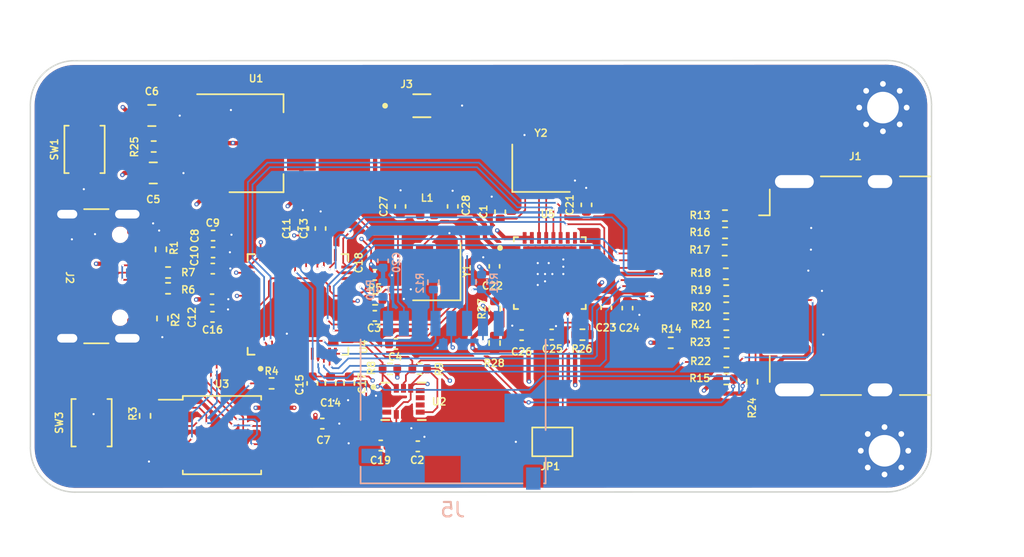
<source format=kicad_pcb>
(kicad_pcb (version 20221018) (generator pcbnew)
  (layers (0 "F.Cu" signal) (1 "In1.Cu" signal) (2 "In2.Cu" signal) (31 "B.Cu" signal) (34 "B.Paste" user) (35 "F.Paste" user) (36 "B.SilkS" user "B.Silkscreen") (37 "F.SilkS" user "F.Silkscreen") (38 "B.Mask" user) (39 "F.Mask" user) (44 "Edge.Cuts" user))
  (net 0 "")
  (net 1 "+3V3")
  (net 2 "GND")
  (net 3 "/XIN")
  (net 4 "Net-(C4-Pad1)")
  (net 5 "+5V")
  (net 6 "+1V1")
  (net 7 "Net-(J1-D2+)")
  (net 8 "Net-(J1-D2-)")
  (net 9 "Net-(J1-D1+)")
  (net 10 "Net-(J1-D1-)")
  (net 11 "Net-(J1-D0+)")
  (net 12 "Net-(J1-D0-)")
  (net 13 "Net-(J1-CK+)")
  (net 14 "Net-(J1-CK-)")
  (net 15 "Net-(J1-CEC)")
  (net 17 "/SCL")
  (net 18 "/SDA")
  (net 20 "Net-(J2-CC1)")
  (net 21 "/USB_D+")
  (net 22 "/USB_D-")
  (net 24 "Net-(J2-CC2)")
  (net 26 "/SD_DAT2")
  (net 27 "/GPIO22")
  (net 28 "/GPIO18")
  (net 29 "/GPIO5")
  (net 30 "/GPIO19")
  (net 31 "/SD_DAT1")
  (net 34 "/QSPI_SS")
  (net 35 "/~{USB_BOOT}")
  (net 36 "/XOUT")
  (net 37 "Net-(U4-USB_DP)")
  (net 38 "Net-(U4-USB_DM)")
  (net 39 "/DVI_D2+")
  (net 40 "/DVI_CES")
  (net 41 "/DVI_D2-")
  (net 42 "/DVI_D1+")
  (net 43 "/DVI_D1-")
  (net 44 "/DVI_D0+")
  (net 45 "/DVI_D0-")
  (net 46 "/DVI_CK+")
  (net 47 "/DVI_CK-")
  (net 48 "Net-(R25-Pad2)")
  (net 49 "/QSPI_SD1")
  (net 50 "/QSPI_SD2")
  (net 51 "/QSPI_SD0")
  (net 52 "/QSPI_SCLK")
  (net 53 "/QSPI_SD3")
  (net 54 "/INT1")
  (net 58 "/SWCLK")
  (net 59 "/SWD")
  (net 60 "/XTAL_P")
  (net 61 "/XTAL_N")
  (net 73 "Net-(C27-Pad1)")
  (net 74 "/ANT")
  (net 75 "/BOOT")
  (net 76 "/C3_08")
  (net 77 "/C3_02")
  (net 78 "/C3_EN")
  (net 79 "/C3_RXD")
  (net 80 "/C3_TXD")
  (footprint "Capacitor_SMD:C_0402_1005Metric" (layer "F.Cu") (at 179 86.48 90)
    (fp_text reference "C28")
    (fp_text value "15p")
  )
  (footprint "Resistor_SMD:R_0402_1005Metric" (layer "F.Cu") (at 198.02 92.342 180)
    (fp_text reference "R19")
    (fp_text value "270")
  )
  (footprint "Resistor_SMD:R_0402_1005Metric" (layer "F.Cu") (at 181.92 93.6 90)
    (fp_text reference "R27")
    (fp_text value "10k")
  )
  (footprint "Capacitor_SMD:C_0402_1005Metric" (layer "F.Cu") (at 162.26 92.95)
    (fp_text reference "C12")
    (fp_text value "1u")
  )
  (footprint "Package_SO:SOIC-8_5.23x5.23mm_P1.27mm" (layer "F.Cu") (at 162.95 102.4)
    (fp_text reference "U3")
    (fp_text value "W25Q128JVS")
  )
  (footprint "Resistor_SMD:R_0402_1005Metric" (layer "F.Cu") (at 174.63 97.79 180)
    (fp_text reference "R8")
    (fp_text value "4k7")
  )
  (footprint "Resistor_SMD:R_0402_1005Metric" (layer "F.Cu") (at 198.02 93.532 180)
    (fp_text reference "R20")
    (fp_text value "270")
  )
  (footprint "Resistor_SMD:R_0402_1005Metric" (layer "F.Cu") (at 166.4 98.8 180)
    (fp_text reference "R4")
    (fp_text value "DNF")
  )
  (footprint "Resistor_SMD:R_0402_1005Metric" (layer "F.Cu") (at 159.2 92.18)
    (fp_text reference "R6")
    (fp_text value "27")
  )
  (footprint "Capacitor_SMD:C_0402_1005Metric" (layer "F.Cu") (at 182.3 86.85 90)
    (fp_text reference "C1")
    (fp_text value "10p")
  )
  (footprint "Resistor_SMD:R_0402_1005Metric" (layer "F.Cu") (at 194.16 95.97 180)
    (fp_text reference "R14")
    (fp_text value "2k2")
  )
  (footprint "Capacitor_SMD:C_0402_1005Metric" (layer "F.Cu") (at 168.6 88.02 90)
    (fp_text reference "C11")
    (fp_text value "100n")
  )
  (footprint "Resistor_SMD:R_0402_1005Metric" (layer "F.Cu") (at 197.916666 89.526666 180)
    (fp_text reference "R17")
    (fp_text value "270")
  )
  (footprint "Crystal:Crystal_SMD_3225-4Pin_3.2x2.5mm" (layer "F.Cu") (at 177.888 91.016 90)
    (fp_text reference "Y1")
    (fp_text value "ABM8-272-T3")
  )
  (footprint "Resistor_SMD:R_0402_1005Metric" (layer "F.Cu") (at 198.032 98.496 180)
    (fp_text reference "R15")
    (fp_text value "2k2")
  )
  (footprint "rp2040:QFN40P700X700X90-57N" (layer "F.Cu") (at 168.235 93.3 90)
    (fp_text reference "U4")
    (fp_text value "RP2040")
  )
  (footprint "Button_Switch_SMD:SW_SPST_B3U-1000P" (layer "F.Cu") (at 153.39 82.51 -90)
    (fp_text reference "SW1")
    (fp_text value "SW_Push")
  )
  (footprint "Package_TO_SOT_SMD:SOT-223-3_TabPin2" (layer "F.Cu") (at 165.32 82.08)
    (fp_text reference "U1")
    (fp_text value "NCP1117-3.3_SOT223" hide)
  )
  (footprint "Resistor_SMD:R_0402_1005Metric" (layer "F.Cu") (at 181.91 95.99 90)
    (fp_text reference "R28")
    (fp_text value "10k")
  )
  (footprint "Capacitor_SMD:C_0805_2012Metric" (layer "F.Cu") (at 158.07 80.15)
    (fp_text reference "C6")
    (fp_text value "10u")
  )
  (footprint "Resistor_SMD:R_0402_1005Metric" (layer "F.Cu") (at 199.82 98.68 -90)
    (fp_text reference "R24")
    (fp_text value "2k2")
  )
  (footprint "Resistor_SMD:R_0402_1005Metric" (layer "F.Cu") (at 198.02 94.72 180)
    (fp_text reference "R21")
    (fp_text value "270")
  )
  (footprint "Capacitor_SMD:C_0402_1005Metric" (layer "F.Cu") (at 162.29 94.17)
    (fp_text reference "C16")
    (fp_text value "100n")
  )
  (footprint "MountingHole:MountingHole_2.2mm_M2_Pad_Via" (layer "F.Cu") (at 209.03 103.49)
    (fp_text reference "H2" hide)
    (fp_text value "MountingHole_Pad")
  )
  (footprint "Capacitor_SMD:C_0402_1005Metric" (layer "F.Cu") (at 175.05 96.05)
    (fp_text reference "C4")
    (fp_text value "15p")
  )
  (footprint "Connector_HDMI:HDMI_A_Molex_208658-1001_Horizontal" (layer "F.Cu") (at 205.285 92)
    (fp_text reference "J1")
    (fp_text value "HDMI_A")
  )
  (footprint "Inductor_SMD:L_0402_1005Metric" (layer "F.Cu") (at 177.22 87.06)
    (fp_text reference "L1")
    (fp_text value "1nH")
  )
  (footprint "Resistor_SMD:R_0402_1005Metric" (layer "F.Cu") (at 158.2 82.31 180)
    (fp_text reference "R25")
    (fp_text value "10k")
  )
  (footprint "Capacitor_SMD:C_0402_1005Metric" (layer "F.Cu") (at 171.8 98.8 -90)
    (fp_text reference "C17")
    (fp_text value "100n")
  )
  (footprint "Resistor_SMD:R_0402_1005Metric" (layer "F.Cu") (at 158.71 89.47 90)
    (fp_text reference "R1")
    (fp_text value "5k1")
  )
  (footprint "Capacitor_SMD:C_0402_1005Metric" (layer "F.Cu") (at 176.57 103.18)
    (fp_text reference "C2")
    (fp_text value "100n")
  )
  (footprint "Resistor_SMD:R_0402_1005Metric" (layer "F.Cu") (at 173.6 92.95)
    (fp_text reference "R5")
    (fp_text value "1k")
  )
  (footprint "Capacitor_SMD:C_0402_1005Metric" (layer "F.Cu") (at 162.33 89.68)
    (fp_text reference "C9")
    (fp_text value "100n")
  )
  (footprint "Capacitor_SMD:C_0402_1005Metric" (layer "F.Cu") (at 191.15 93.56 -90)
    (fp_text reference "C24")
    (fp_text value "10u")
  )
  (footprint "Capacitor_SMD:C_0402_1005Metric" (layer "F.Cu") (at 170.5 98.8 -90)
    (fp_text reference "C14")
    (fp_text value "100n")
  )
  (footprint "Resistor_SMD:R_0402_1005Metric" (layer "F.Cu") (at 159.2 91.08)
    (fp_text reference "R7")
    (fp_text value "27")
  )
  (footprint "imu:PQFN50P250X300X86-14N" (layer "F.Cu") (at 175.575 100.05)
    (fp_text reference "U2")
    (fp_text value "LSM6DSOXTR")
  )
  (footprint "Capacitor_SMD:C_0402_1005Metric" (layer "F.Cu") (at 169.23 98.8 -90)
    (fp_text reference "C15")
    (fp_text value "100n")
  )
  (footprint "Capacitor_SMD:C_0402_1005Metric" (layer "F.Cu") (at 185.88 95.4)
    (fp_text reference "C25")
    (fp_text value "0.1u")
  )
  (footprint "Capacitor_SMD:C_0402_1005Metric" (layer "F.Cu") (at 183.79 95.44 180)
    (fp_text reference "C26")
    (fp_text value "0.1u")
  )
  (footprint "esp32c3fh4:QFN50P500X500X90-33N" (layer "F.Cu") (at 185.75 91.12)
    (fp_text reference "U5")
    (fp_text value "ESP32-C3FH4")
  )
  (footprint "Resistor_SMD:R_0402_1005Metric" (layer "F.Cu") (at 197.933332 87.12 180)
    (fp_text reference "R13")
    (fp_text value "270")
  )
  (footprint "Capacitor_SMD:C_0402_1005Metric" (layer "F.Cu") (at 173.58 91.25)
    (fp_text reference "C18")
    (fp_text value "100n")
  )
  (footprint "Crystal:Crystal_SMD_3225-4Pin_3.2x2.5mm" (layer "F.Cu") (at 185.14 83.82)
    (fp_text reference "Y2")
    (fp_text value "ABM8-272-T3")
  )
  (footprint "Jumper:SolderJumper-2_P1.3mm_Open_TrianglePad1.0x1.5mm" (layer "F.Cu") (at 185.928 102.87)
    (fp_text reference "JP1")
    (fp_text value "SolderJumper_2_Open")
  )
  (footprint "Resistor_SMD:R_0402_1005Metric" (layer "F.Cu") (at 197.99 91.162 180)
    (fp_text reference "R18")
    (fp_text value "270")
  )
  (footprint "Resistor_SMD:R_0402_1005Metric" (layer "F.Cu") (at 188.02 95.41)
    (fp_text reference "R26")
    (fp_text value "10k")
  )
  (footprint "smd_ant:XDCR_AMCA31-2R450G-S1F-T3" (layer "F.Cu") (at 176.8515 79.47)
    (fp_text reference "J3")
    (fp_text value "CONUFL001-SMD-T")
  )
  (footprint "Capacitor_SMD:C_0805_2012Metric" (layer "F.Cu") (at 158.17 84.15)
    (fp_text reference "C5")
    (fp_text value "10u")
  )
  (footprint "Capacitor_SMD:C_0402_1005Metric" (layer "F.Cu") (at 175.36 86.48 90)
    (fp_text reference "C27")
    (fp_text value "15p")
  )
  (footprint "Resistor_SMD:R_0402_1005Metric" (layer "F.Cu") (at 198.03 97.31 180)
    (fp_text reference "R22")
    (fp_text value "270")
  )
  (footprint "Resistor_SMD:R_0402_1005Metric" (layer "F.Cu") (at 158.81 94.28 -90)
    (fp_text reference "R2")
    (fp_text value "5k1")
  )
  (footprint "Resistor_SMD:R_0402_1005Metric" (layer "F.Cu") (at 197.94 88.323333 180)
    (fp_text reference "R16")
    (fp_text value "270")
  )
  (footprint "Resistor_SMD:R_0402_1005Metric" (layer "F.Cu") (at 157.6 101.06 -90)
    (fp_text reference "R3")
    (fp_text value "1k")
  )
  (footprint "Capacitor_SMD:C_0402_1005Metric" (layer "F.Cu") (at 188.3 86.37 90)
    (fp_text reference "C21")
    (fp_text value "10p")
  )
  (footprint "MountingHole:MountingHole_2.2mm_M2_Pad_Via" (layer "F.Cu") (at 208.92 79.6)
    (fp_text reference "H1" hide)
    (fp_text value "MountingHole_Pad")
  )
  (footprint "Resistor_SMD:R_0402_1005Metric" (layer "F.Cu") (at 198.05 95.97 180)
    (fp_text reference "R23")
    (fp_text value "270")
  )
  (footprint "Capacitor_SMD:C_0402_1005Metric" (layer "F.Cu") (at 169.8 88.02 90)
    (fp_text reference "C13")
    (fp_text value "100n")
  )
  (footprint "Capacitor_SMD:C_0402_1005Metric" (layer "F.Cu") (at 189.68 93.53 -90)
    (fp_text reference "C23")
    (fp_text value "10u")
  )
  (footprint "Capacitor_SMD:C_0402_1005Metric" (layer "F.Cu") (at 173.58 94.1)
    (fp_text reference "C3")
    (fp_text value "15p")
  )
  (footprint "Capacitor_SMD:C_0402_1005Metric" (layer "F.Cu") (at 162.31 90.81)
    (fp_text reference "C10")
    (fp_text value "1u")
  )
  (footprint "Capacitor_SMD:C_0402_1005Metric" (layer "F.Cu") (at 181.9 90.65 90)
    (fp_text reference "C22")
    (fp_text value "10u")
  )
  (footprint "Button_Switch_SMD:SW_SPST_B3U-1000P" (layer "F.Cu") (at 153.88 101.54 90)
    (fp_text reference "SW3")
    (fp_text value "SW_Push")
  )
  (footprint "Capacitor_SMD:C_0402_1005Metric" (layer "F.Cu") (at 173.99 103.124 180)
    (fp_text reference "C19")
    (fp_text value "100n")
  )
  (footprint "Capacitor_SMD:C_0402_1005Metric" (layer "F.Cu") (at 162.33 88.51)
    (fp_text reference "C8")
    (fp_text value "100n")
  )
  (footprint "Resistor_SMD:R_0402_1005Metric" (layer "F.Cu") (at 176.7 97.78 180)
    (fp_text reference "R9")
    (fp_text value "4K7")
  )
  (footprint "Capacitor_SMD:C_0402_1005Metric" (layer "F.Cu") (at 169.926 101.6)
    (fp_text reference "C7")
    (fp_text value "100n")
  )
  (footprint "Connector_USB:USB_C_Receptacle_GCT_USB4105-xx-A_16P_TopMnt_Horizontal" (layer "F.Cu") (at 153.26 91.34 -90)
    (fp_text reference "J2")
    (fp_text value "USB_C_Receptacle_USB2.0" hide)
  )
  (footprint "Resistor_SMD:R_0402_1005Metric" (layer "B.Cu") (at 174.15 92.26 -90)
    (fp_text reference "R10")
    (fp_text value "10k")
  )
  (footprint "Resistor_SMD:R_0402_1005Metric" (layer "B.Cu") (at 181 91.74 90)
    (fp_text reference "R11")
    (fp_text value "10k")
  )
  (footprint "Resistor_SMD:R_0402_1005Metric" (layer "B.Cu") (at 177.65 91.76 90)
    (fp_text reference "R12")
    (fp_text value "DNF")
  )
  (footprint "Capacitor_SMD:C_0402_1005Metric" (layer "B.Cu") (at 174.15 90.27 90)
    (fp_text reference "C20")
    (fp_text value "10uF")
  )
  (footprint "Connector_Card:microSD_HC_Hirose_DM3D-SF" (layer "B.Cu") (at 179.025 99.975)
    (fp_text reference "J5")
    (fp_text value "Micro_SD_Card_Det2")
  )
  (gr_line (start 212.3 79.4) (end 212.288582 103.265674) (stroke (width 0.1)) (layer "Edge.Cuts"))
  (gr_arc (start 149.621433 79.424362) (mid 150.52 77.24) (end 152.701433 76.334346) (stroke (width 0.1)) (layer "Edge.Cuts"))
  (gr_line (start 149.621433 79.424362) (end 149.624356 103.288561) (stroke (width 0.1)) (layer "Edge.Cuts"))
  (gr_line (start 152.701433 76.334346) (end 209.209984 76.32) (stroke (width 0.1)) (layer "Edge.Cuts"))
  (gr_line (start 152.714372 106.368561) (end 209.208582 106.35569) (stroke (width 0.1)) (layer "Edge.Cuts"))
  (gr_arc (start 212.288582 103.265674) (mid 211.39 105.45) (end 209.208582 106.35569) (stroke (width 0.1)) (layer "Edge.Cuts"))
  (gr_arc (start 209.209984 76.32) (mid 211.39431 77.218582) (end 212.3 79.4) (stroke (width 0.1)) (layer "Edge.Cuts"))
  (gr_arc (start 152.714372 106.368561) (mid 150.53 105.47) (end 149.624356 103.288561) (stroke (width 0.1)) (layer "Edge.Cuts"))
  (segment (start 166.55 100.495) (end 167.975 100.495) (width 0.3) (layer "F.Cu") (net 1))
  (segment (start 185.4 95.4) (end 185 95) (width 0.3) (layer "F.Cu") (net 1))
  (segment (start 175.14 97.79) (end 175.14 98.3795) (width 0.3) (layer "F.Cu") (net 1))
  (segment (start 176.034 103.124) (end 176.09 103.18) (width 0.3) (layer "F.Cu") (net 1))
  (segment (start 165.295 100.495) (end 165.29 100.5) (width 0.3) (layer "F.Cu") (net 1))
  (segment (start 183.52 96.5) (end 184.27 95.75) (width 0.3) (layer "F.Cu") (net 1))
  (segment (start 176.075 99.905) (end 175.88 100.1) (width 0.12) (layer "F.Cu") (net 1))
  (segment (start 180.865 90.695) (end 180.848 90.678) (width 0.3) (layer "F.Cu") (net 1))
  (segment (start 171.8 98.32) (end 173.15 98.32) (width 0.12) (layer "F.Cu") (net 1))
  (segment (start 166.55 100.495) (end 165.295 100.495) (width 0.3) (layer "F.Cu") (net 1))
  (segment (start 165.635 89.865) (end 165.635 88.985) (width 0.12) (layer "F.Cu") (net 1))
  (segment (start 169.23 98.32) (end 170.5 98.32) (width 0.12) (layer "F.Cu") (net 1))
  (segment (start 184.27 95.44) (end 184.56 95.44) (width 0.3) (layer "F.Cu") (net 1))
  (segment (start 172.34 93.1) (end 172.39 93.05) (width 0.12) (layer "F.Cu") (net 1))
  (segment (start 167.39 98.32) (end 166.91 98.8) (width 0.12) (layer "F.Cu") (net 1))
  (segment (start 171.67 93.1) (end 172.34 93.1) (width 0.12) (layer "F.Cu") (net 1))
  (segment (start 184.56 95.44) (end 185 95) (width 0.3) (layer "F.Cu") (net 1))
  (segment (start 166.16 98.05) (end 166.91 98.8) (width 0.12) (layer "F.Cu") (net 1))
  (segment (start 157.12 80.15) (end 157.12 80.72) (width 0.3) (layer "F.Cu") (net 1))
  (segment (start 164.8 90.7) (end 164.8 91.1) (width 0.12) (layer "F.Cu") (net 1))
  (segment (start 177.21 97.78) (end 177.97 97.78) (width 0.12) (layer "F.Cu") (net 1))
  (segment (start 175.14 98.3795) (end 175.15 98.3895) (width 0.3) (layer "F.Cu") (net 1))
  (segment (start 161.94 82.31) (end 162.17 82.08) (width 0.3) (layer "F.Cu") (net 1))
  (segment (start 181.74 94.11) (end 181.92 94.11) (width 0.3) (layer "F.Cu") (net 1))
  (segment (start 165.63 97.224182) (end 165.63 98.05) (width 0.12) (layer "F.Cu") (net 1))
  (segment (start 165.63 98.05) (end 166.16 98.05) (width 0.12) (layer "F.Cu") (net 1))
  (segment (start 163.945296 91.1) (end 163.936113 91.090817) (width 0.12) (layer "F.Cu") (net 1))
  (segment (start 164.8 93.1) (end 164.8 92.7) (width 0.12) (layer "F.Cu") (net 1))
  (segment (start 175.075 102.519) (end 174.47 103.124) (width 0.12) (layer "F.Cu") (net 1))
  (segment (start 170.5 98.32) (end 171.8 98.32) (width 0.12) (layer "F.Cu") (net 1))
  (segment (start 176.075 99.14) (end 176.075 99.905) (width 0.12) (layer "F.Cu") (net 1))
  (segment (start 168.6 88.5) (end 167.97 88.5) (width 0.12) (layer "F.Cu") (net 1))
  (segment (start 157.12 80.15) (end 156.63 80.15) (width 0.3) (layer "F.Cu") (net 1))
  (segment (start 169.235 89.865) (end 169.235 89.065) (width 0.12) (layer "F.Cu") (net 1))
  (segment (start 189.5 92.87) (end 189.68 93.05) (width 0.3) (layer "F.Cu") (net 1))
  (segment (start 180.5495 96.5) (end 180.38 96.3305) (width 0.3) (layer "F.Cu") (net 1))
  (segment (start 184 88.67) (end 182.61 88.67) (width 0.3) (layer "F.Cu") (net 1))
  (segment (start 188.2 92.87) (end 189.5 92.87) (width 0.3) (layer "F.Cu") (net 1))
  (segment (start 181.3 91.13) (end 180.848 90.678) (width 0.3) (layer "F.Cu") (net 1))
  (segment (start 167.975 100.495) (end 167.98 100.5) (width 0.3) (layer "F.Cu") (net 1))
  (segment (start 181.91 96.5) (end 180.5495 96.5) (width 0.3) (layer "F.Cu") (net 1))
  (segment (start 176.075 98.915) (end 177.21 97.78) (width 0.12) (layer "F.Cu") (net 1))
  (segment (start 182.61 88.67) (end 182.09 88.15) (width 0.3) (layer "F.Cu") (net 1))
  (segment (start 164.8 90.7) (end 165.635 89.865) (width 0.12) (layer "F.Cu") (net 1))
  (segment (start 183.3 89.87) (end 183.3 90.37) (width 0.3) (layer "F.Cu") (net 1))
  (segment (start 175.587304 100.1) (end 175.075 100.612304) (width 0.12) (layer "F.Cu") (net 1))
  (segment (start 164.8 92.7) (end 163.9995 92.7) (width 0.12) (layer "F.Cu") (net 1))
  (segment (start 161.78 92.95) (end 161.17 92.95) (width 0.3) (layer "F.Cu") (net 1))
  (segment (start 176.075 99.14) (end 176.075 98.915) (width 0.12) (layer "F.Cu") (net 1))
  (segment (start 156.63 80.15) (end 156.05 79.57) (width 0.3) (layer "F.Cu") (net 1))
  (segment (start 188.78 92.37) (end 189.38 91.77) (width 0.3) (layer "F.Cu") (net 1))
  (segment (start 172.14598 91.5) (end 172.39598 91.25) (width 0.12) (layer "F.Cu") (net 1))
  (segment (start 188.2 92.87) (end 188.2 92.37) (width 0.3) (layer "F.Cu") (net 1))
  (segment (start 159.29 82.31) (end 161.94 82.31) (width 0.3) (layer "F.Cu") (net 1))
  (segment (start 168.47 82.08) (end 168.47 85.51) (width 0.3) (layer "F.Cu") (net 1))
  (segment (start 181.91 96.5) (end 183.52 96.5) (width 0.3) (layer "F.Cu") (net 1))
  (segment (start 176.075 99.14) (end 176.075 99.112304) (width 0.12) (layer "F.Cu") (net 1))
  (segment (start 163.9995 92.7) (end 163.99 92.7095) (width 0.12) (layer "F.Cu") (net 1))
  (segment (start 162.17 82.08) (end 163.69 82.08) (width 0.3) (layer "F.Cu") (net 1))
  (segment (start 162.17 82.08) (end 168.47 82.08) (width 0.3) (layer "F.Cu") (net 1))
  (segment (start 191.737107 93.08) (end 193.65 94.992893) (width 0.3) (layer "F.Cu") (net 1))
  (segment (start 169.235 89.065) (end 169.8 88.5) (width 0.12) (layer "F.Cu") (net 1))
  (segment (start 185 95) (end 185 93.57) (width 0.3) (layer "F.Cu") (net 1))
  (segment (start 181.92 94.11) (end 181.8115 94.11) (width 0.3) (layer "F.Cu") (net 1))
  (segment (start 161.81 94.17) (end 161.81 92.98) (width 0.3) (layer "F.Cu") (net 1))
  (segment (start 172.65 88.74) (end 173.32 89.41) (width 0.12) (layer "F.Cu") (net 1))
  (segment (start 173.15 98.32) (end 173.43 98.6) (width 0.12) (layer "F.Cu") (net 1))
  (segment (start 175.075 100.612304) (end 175.075 100.96) (width 0.12) (layer "F.Cu") (net 1))
  (segment (start 172.39598 91.25) (end 173.1 91.25) (width 0.12) (layer "F.Cu") (net 1))
  (segment (start 192.77 95.97) (end 192.76 95.96) (width 0.3) (layer "F.Cu") (net 1))
  (segment (start 176.075 99.112304) (end 176.346342 98.840962) (width 0.12) (layer "F.Cu") (net 1))
  (segment (start 171.67 91.5) (end 172.14598 91.5) (width 0.12) (layer "F.Cu") (net 1))
  (segment (start 173.32 91.03) (end 173.1 91.25) (width 0.3) (layer "F.Cu") (net 1))
  (segment (start 187.51 95.41) (end 187.51 98.91) (width 0.3) (layer "F.Cu") (net 1))
  (segment (start 174.47 103.124) (end 176.034 103.124) (width 0.3) (layer "F.Cu") (net 1))
  (segment (start 169.23 98.32) (end 167.39 98.32) (width 0.12) (layer "F.Cu") (net 1))
  (segment (start 173.32 90.52) (end 173.32 91.03) (width 0.3) (layer "F.Cu") (net 1))
  (segment (start 165.635 88.985) (end 165.65 88.97) (width 0.12) (layer "F.Cu") (net 1))
  (segment (start 182.702966 90.37) (end 183.3 90.37) (width 0.3) (layer "F.Cu") (net 1))
  (segment (start 193.65 94.992893) (end 193.65 95.97) (width 0.3) (layer "F.Cu") (net 1))
  (segment (start 181.9 91.13) (end 181.3 91.13) (width 0.3) (layer "F.Cu") (net 1))
  (segment (start 175.075 100.96) (end 175.075 102.519) (width 0.12) (layer "F.Cu") (net 1))
  (segment (start 193.65 95.97) (end 192.77 95.97) (width 0.3) (layer "F.Cu") (net 1))
  (segment (start 191.15 93.08) (end 191.737107 93.08) (width 0.3) (layer "F.Cu") (net 1))
  (segment (start 158.71 82.31) (end 159.29 82.31) (width 0.3) (layer "F.Cu") (net 1))
  (segment (start 169.235 96.735) (end 169.235 98.315) (width 0.12) (layer "F.Cu") (net 1))
  (segment (start 177.61 100.8) (end 177.93 100.48) (width 0.12) (layer "F.Cu") (net 1))
  (segment (start 173.32 89.41) (end 173.32 90.52) (width 0.12) (layer "F.Cu") (net 1))
  (segment (start 166.55 100.495) (end 166.55 99.16) (width 0.3) (layer "F.Cu") (net 1))
  (segment (start 165.635 97.219182) (end 165.63 97.224182) (width 0.12) (layer "F.Cu") (net 1))
  (segment (start 168.6 88.5) (end 169.8 88.5) (width 0.12) (layer "F.Cu") (net 1))
  (segment (start 169.235 98.315) (end 169.23 98.32) (width 0.12) (layer "F.Cu") (net 1))
  (segment (start 169.446 101.004) (end 169.45 101) (width 0.3) (layer "F.Cu") (net 1))
  (segment (start 163.69 82.08) (end 163.71 82.06) (width 0.3) (layer "F.Cu") (net 1))
  (segment (start 181.9 91.13) (end 181.942966 91.13) (width 0.3) (layer "F.Cu") (net 1))
  (segment (start 175.88 100.1) (end 175.587304 100.1) (width 0.12) (layer "F.Cu") (net 1))
  (segment (start 176.346342 98.840962) (end 177.24365 98.840962) (width 0.12) (layer "F.Cu") (net 1))
  (segment (start 161.81 92.98) (end 161.78 92.95) (width 0.3) (layer "F.Cu") (net 1))
  (segment (start 166.55 99.16) (end 166.91 98.8) (width 0.3) (layer "F.Cu") (net 1))
  (segment (start 164.8 91.1) (end 163.945296 91.1) (width 0.12) (layer "F.Cu") (net 1))
  (segment (start 184.27 98.63) (end 184.31 98.67) (width 0.3) (layer "F.Cu") (net 1))
  (segment (start 157.12 80.72) (end 158.71 82.31) (width 0.3) (layer "F.Cu") (net 1))
  (segment (start 184.27 95.75) (end 184.27 95.44) (width 0.3) (layer "F.Cu") (net 1))
  (segment (start 177.97 97.78) (end 178.8 98.61) (width 0.12) (layer "F.Cu") (net 1))
  (segment (start 165.635 96.735) (end 165.635 97.219182) (width 0.12) (layer "F.Cu") (net 1))
  (segment (start 180.38 95.65) (end 180.38 96.3305) (width 0.3) (layer "F.Cu") (net 1))
  (segment (start 168.47 85.51) (end 167.52 86.46) (width 0.3) (layer "F.Cu") (net 1))
  (segment (start 181.942966 91.13) (end 182.702966 90.37) (width 0.3) (layer "F.Cu") (net 1))
  (segment (start 181.8115 94.11) (end 181.102 93.4005) (width 0.3) (layer "F.Cu") (net 1))
  (segment (start 169.446 101.6) (end 169.446 101.004) (width 0.3) (layer "F.Cu") (net 1))
  (segment (start 188.2 92.37) (end 188.78 92.37) (width 0.3) (layer "F.Cu") (net 1))
  (segment (start 181.92 94.11) (end 180.38 95.65) (width 0.3) (layer "F.Cu") (net 1))
  (segment (start 187.51 98.91) (end 187.52 98.92) (width 0.3) (layer "F.Cu") (net 1))
  (segment (start 184.27 95.44) (end 184.27 98.63) (width 0.3) (layer "F.Cu") (net 1))
  (segment (start 177.93 98.5) (end 177.21 97.78) (width 0.12) (layer "F.Cu") (net 1))
  (segment (start 177.93 100.48) (end 177.93 98.5) (width 0.12) (layer "F.Cu") (net 1))
  (segment (start 161.17 92.95) (end 161.15 92.97) (width 0.3) (layer "F.Cu") (net 1))
  (segment (start 184 88.67) (end 184.5 88.67) (width 0.3) (layer "F.Cu") (net 1))
  (segment (start 176.735 100.8) (end 177.61 100.8) (width 0.12) (layer "F.Cu") (net 1))
  (via (at 180.848 90.678) (size 0.3) (drill 0.15) (layers "F.Cu" "B.Cu") (net 1))
  (via (at 184.31 98.67) (size 0.3) (drill 0.15) (layers "F.Cu" "B.Cu") (net 1))
  (via (at 189.38 91.77) (size 0.3) (drill 0.15) (layers "F.Cu" "B.Cu") (net 1))
  (via (at 173.32 90.52) (size 0.3) (drill 0.15) (layers "F.Cu" "B.Cu") (net 1))
  (via (at 178.8 98.61) (size 0.3) (drill 0.15) (layers "F.Cu" "B.Cu") (net 1))
  (via (at 165.65 88.97) (size 0.3) (drill 0.15) (layers "F.Cu" "B.Cu") (net 1))
  (via (at 169.45 101) (size 0.15) (drill 0.15) (layers "F.Cu" "B.Cu") (net 1))
  (via (at 163.71 82.06) (size 0.3) (drill 0.15) (layers "F.Cu" "B.Cu") (net 1))
  (via (at 173.43 98.6) (size 0.3) (drill 0.15) (layers "F.Cu" "B.Cu") (net 1))
  (via (at 181.102 93.4005) (size 0.3) (drill 0.15) (layers "F.Cu" "B.Cu") (net 1))
  (via (at 192.76 95.96) (size 0.3) (drill 0.15) (layers "F.Cu" "B.Cu") (net 1))
  (via (at 179 96.2995) (size 0.3) (drill 0.15) (layers "F.Cu" "B.Cu") (net 1))
  (via (at 163.936113 91.090817) (size 0.3) (drill 0.15) (layers "F.Cu" "B.Cu") (net 1))
  (via (at 163.99 92.7095) (size 0.3) (drill 0.15) (layers "F.Cu" "B.Cu") (net 1))
  (via (at 156.05 79.57) (size 0.3) (drill 0.15) (layers "F.Cu" "B.Cu") (net 1))
  (via (at 175.15 98.3895) (size 0.3) (drill 0.15) (layers "F.Cu" "B.Cu") (net 1))
  (via (at 161.15 92.97) (size 0.3) (drill 0.15) (layers "F.Cu" "B.Cu") (net 1))
  (via (at 182.09 88.15) (size 0.3) (drill 0.15) (layers "F.Cu" "B.Cu") (net 1))
  (via (at 187.52 98.92) (size 0.3) (drill 0.15) (layers "F.Cu" "B.Cu") (net 1))
  (via (at 172.65 88.74) (size 0.3) (drill 0.15) (layers "F.Cu" "B.Cu") (net 1))
  (via (at 167.98 100.5) (size 0.15) (drill 0.15) (layers "F.Cu" "B.Cu") (net 1))
  (via (at 167.52 86.46) (size 0.3) (drill 0.15) (layers "F.Cu" "B.Cu") (net 1))
  (via (at 165.29 100.5) (size 0.3) (drill 0.15) (layers "F.Cu" "B.Cu") (net 1))
  (via (at 172.39 93.05) (size 0.3) (drill 0.15) (layers "F.Cu" "B.Cu") (net 1))
  (via (at 177.24365 98.840962) (size 0.3) (drill 0.15) (layers "F.Cu" "B.Cu") (net 1))
  (via (at 167.97 88.5) (size 0.3) (drill 0.15) (layers "F.Cu" "B.Cu") (net 1))
  (via (at 180.38 96.3305) (size 0.3) (drill 0.15) (layers "F.Cu" "B.Cu") (net 1))
  (segment (start 173.55 90.75) (end 173.32 90.52) (width 0.3) (layer "B.Cu") (net 1))
  (segment (start 178.9 96.1995) (end 179 96.2995) (width 0.12) (layer "B.Cu") (net 1))
  (segment (start 181 91.23) (end 181 90.83) (width 0.3) (layer "B.Cu") (net 1))
  (segment (start 174.15 91.75) (end 174.15 90.75) (width 0.3) (layer "B.Cu") (net 1))
  (segment (start 174.15 90.75) (end 173.55 90.75) (width 0.3) (layer "B.Cu") (net 1))
  (segment (start 178.9 94.625) (end 178.9 96.1995) (width 0.12) (layer "B.Cu") (net 1))
  (segment (start 181 91.1325) (end 181 91.23) (width 0.3) (layer "B.Cu") (net 1))
  (segment (start 181 90.83) (end 180.848 90.678) (width 0.3) (layer "B.Cu") (net 1))
  (segment (start 169.8 87.54) (end 169.8 86.84) (width 0.3) (layer "F.Cu") (net 2))
  (segment (start 162.77 94.17) (end 162.85 94.17) (width 0.3) (layer "F.Cu") (net 2))
  (segment (start 177.038 92.116) (end 176.214 92.116) (width 0.3) (layer "F.Cu") (net 2))
  (segment (start 185.75 91.12) (end 185.862 91.12) (width 0.3) (layer "F.Cu") (net 2))
  (segment (start 174.4195 94.1) (end 175.5995 92.92) (width 0.3) (layer "F.Cu") (net 2))
  (segment (start 177.05 103.18) (end 177.05 102.54) (width 0.3) (layer "F.Cu") (net 2))
  (segment (start 202 92.5) (end 204.54 92.5) (width 0.3) (layer "F.Cu") (net 2))
  (segment (start 156.94 88.14) (end 156.525 87.725) (width 0.3) (layer "F.Cu") (net 2))
  (segment (start 154.805 87.725) (end 154.12 88.41) (width 0.3) (layer "F.Cu") (net 2))
  (segment (start 176.075 100.96) (end 176.075 101.875) (width 0.3) (layer "F.Cu") (net 2))
  (segment (start 175.53 96.05) (end 175.94 96.05) (width 0.3) (layer "F.Cu") (net 2))
  (segment (start 158.71 88.29) (end 158.58 88.16) (width 0.3) (layer "F.Cu") (net 2))
  (segment (start 170.406 101.6) (end 171.11 101.6) (width 0.3) (layer "F.Cu") (net 2))
  (segment (start 183.31 94.95) (end 183.14 94.78) (width 0.3) (layer "F.Cu") (net 2))
  (segment (start 174.055 99.66) (end 173.66 99.66) (width 0.3) (layer "F.Cu") (net 2))
  (segment (start 157.68 88.14) (end 158.16 87.66) (width 0.3) (layer "F.Cu") (net 2))
  (segment (start 171.8 99.89) (end 171.72 99.97) (width 0.3) (layer "F.Cu") (net 2))
  (segment (start 186.36 94.99) (end 186.18 94.81) (width 0.3) (layer "F.Cu") (net 2))
  (segment (start 176.214 92.116) (end 176.08 92.25) (width 0.3) (layer "F.Cu") (net 2))
  (segment (start 160 80.15) (end 160.01 80.16) (width 0.3) (layer "F.Cu") (net 2))
  (segment (start 178.738 90.321024) (end 177.038 92.021024) (width 0.3) (layer "F.Cu") (net 2))
  (segment (start 171.914 103.124) (end 171.76 102.97) (width 0.3) (layer "F.Cu") (net 2))
  (segment (start 203.91 88) (end 203.93 87.98) (width 0.3) (layer "F.Cu") (net 2))
  (segment (start 156.94 88.14) (end 157.68 88.14) (width 0.3) (layer "F.Cu") (net 2))
  (segment (start 191.15 94.04) (end 191.97 94.04) (width 0.3) (layer "F.Cu") (net 2))
  (segment (start 184.445024 82.97) (end 186.145024 84.67) (width 0.3) (layer "F.Cu") (net 2))
  (segment (start 181.9 90.17) (end 181.27 90.17) (width 0.3) (layer "F.Cu") (net 2))
  (segment (start 202 95.5) (end 204.67 95.5) (width 0.3) (layer "F.Cu") (net 2))
  (segment (start 168.6 87.54) (end 169.8 87.54) (width 0.3) (layer "F.Cu") (net 2))
  (segment (start 169.23 99.28) (end 168.54 99.28) (width 0.3) (layer "F.Cu") (net 2))
  (segment (start 159.35 104.305) (end 157.935 104.305) (width 0.3) (layer "F.Cu") (net 2))
  (segment (start 156.525 87.725) (end 154.805 87.725) (width 0.3) (layer "F.Cu") (net 2))
  (segment (start 202 91) (end 203.68 91) (width 0.3) (layer "F.Cu") (net 2))
  (segment (start 177.038 92.021024) (end 177.038 92.116) (width 0.3) (layer "F.Cu") (net 2))
  (segment (start 158.56 94.54) (end 158.81 94.79) (width 0.3) (layer "F.Cu") (net 2))
  (segment (start 203.68 91) (end 203.73 90.95) (width 0.3) (layer "F.Cu") (net 2))
  (segment (start 162.81 88.51) (end 162.81 89.68) (width 0.3) (layer "F.Cu") (net 2))
  (segment (start 169.8 86.84) (end 169.81 86.83) (width 0.3) (layer "F.Cu") (net 2))
  (segment (start 168.235 94.565) (end 167.46 95.34) (width 0.3) (layer "F.Cu") (net 2))
  (segment (start 186.24 84.67) (end 187.49 84.67) (width 0.3) (layer "F.Cu") (net 2))
  (segment (start 158.81 94.79) (end 158.81 95.57) (width 0.3) (layer "F.Cu") (net 2))
  (segment (start 152.185 87.02) (end 152.185 88.445) (width 0.3) (layer "F.Cu") (net 2))
  (segment (start 158.71 88.96) (end 158.71 88.29) (width 0.3) (layer "F.Cu") (net 2))
  (segment (start 191.97 94.04) (end 191.98 94.03) (width 0.3) (layer "F.Cu") (net 2))
  (segment (start 158.81 95.57) (end 158.8 95.58) (width 0.3) (layer "F.Cu") (net 2))
  (segment (start 162.79 90.81) (end 162.79 89.7) (width 0.3) (layer "F.Cu") (net 2))
  (segment (start 188.3 85.89) (end 188.3 85.21) (width 0.3) (layer "F.Cu") (net 2))
  (segment (start 174.06 94.1) (end 174.4195 94.1) (width 0.3) (layer "F.Cu") (net 2))
  (segment (start 153.88 100.8) (end 154.02 100.94) (width 0.3) (layer "F.Cu") (net 2))
  (segment (start 162.81 88.51) (end 163.55 88.51) (width 0.3) (layer "F.Cu") (net 2))
  (segment (start 203.9 89.5) (end 203.91 89.49) (width 0.3) (layer "F.Cu") (net 2))
  (segment (start 171.19402 94.3) (end 170.19402 93.3) (width 0.12) (layer "F.Cu") (net 2))
  (segment (start 176.075 101.875) (end 176.12 101.92) (width 0.3) (layer "F.Cu") (net 2))
  (segment (start 163.49 89.68) (end 163.5 89.67) (width 0.3) (layer "F.Cu") (net 2))
  (segment (start 153.39 85.23) (end 153.34 85.28) (width 0.3) (layer "F.Cu") (net 2))
  (segment (start 174.415 99.3) (end 174.055 99.66) (width 0.3) (layer "F.Cu") (net 2))
  (segment (start 162.17 79.78) (end 163.56 79.78) (width 0.3) (layer "F.Cu") (net 2))
  (segment (start 181.27 90.17) (end 181.12 90.02) (width 0.3) (layer "F.Cu") (net 2))
  (segment (start 189.68 94.21) (end 190.18 94.71) (width 0.3) (layer "F.Cu") (net 2))
  (segment (start 178.5515 79.47) (end 179.64 79.47) (width 0.3) (layer "F.Cu") (net 2))
  (segment (start 186.36 95.4) (end 186.36 94.99) (width 0.3) (layer "F.Cu") (net 2))
  (segment (start 175.36 85.37) (end 175.37 85.36) (width 0.3) (layer "F.Cu") (net 2))
  (segment (start 170.5 99.79) (end 170.71 100) (width 0.3) (layer "F.Cu") (net 2))
  (segment (start 162.79 90.81) (end 163.52 90.81) (width 0.3) (layer "F.Cu") (net 2))
  (segment (start 178.738 89.916) (end 178.738 90.321024) (width 0.3) (layer "F.Cu") (net 2))
  (segment (start 179 85.4) (end 178.99 85.39) (width 0.3) (layer "F.Cu") (net 2))
  (segment (start 174.415 99.3) (end 174.415 100.275) (width 0.3) (layer "F.Cu") (net 2))
  (segment (start 159.12 84.15) (end 160.26 84.15) (width 0.3) (layer "F.Cu") (net 2))
  (segment (start 184.04 82.97) (end 184.04 81.56) (width 0.3) (layer "F.Cu") (net 2))
  (segment (start 175.575 100.96) (end 176.075 100.96) (width 0.12) (layer "F.Cu") (net 2))
  (segment (start 189.68 94.01) (end 189.68 94.21) (width 0.3) (layer "F.Cu") (net 2))
  (segment (start 163.56 79.78) (end 163.57 79.77) (width 0.3) (layer "F.Cu") (net 2))
  (segment (start 171.67 94.3) (end 171.19402 94.3) (width 0.12) (layer "F.Cu") (net 2))
  (segment (start 202 89.5) (end 203.9 89.5) (width 0.3) (layer "F.Cu") (net 2))
  (segment (start 152.185 88.445) (end 152.51 88.77) (width 0.3) (layer "F.Cu") (net 2))
  (segment (start 162.79 89.7) (end 162.81 89.68) (width 0.3) (layer "F.Cu") (net 2))
  (segment (start 177.05 102.54) (end 177.03 102.52) (width 0.3) (layer "F.Cu") (net 2))
  (segment (start 156.94 94.54) (end 158.56 94.54) (width 0.3) (layer "F.Cu") (net 2))
  (segment (start 162.74 94.14) (end 162.77 94.17) (width 0.3) (layer "F.Cu") (net 2))
  (segment (start 178.738 89.916) (end 178.738 88.3725) (width 0.3) (layer "F.Cu") (net 2))
  (segment (start 168.6 87.54) (end 168.6 86.77) (width 0.3) (layer "F.Cu") (net 2))
  (segment (start 204.67 95.5) (end 204.77 95.4) (width 0.3) (layer "F.Cu") (net 2))
  (segment (start 204.54 92.5) (end 204.68 92.36) (width 0.3) (layer "F.Cu") (net 2))
  (segment (start 176.41 96.52) (end 176.5995 96.3305) (width 0.3) (layer "F.Cu") (net 2))
  (segment (start 170.5 99.28) (end 170.5 99.79) (width 0.3) (layer "F.Cu") (net 2))
  (segment (start 184.04 81.56) (end 183.99 81.51) (width 0.3) (layer "F.Cu") (net 2))
  (segment (start 162.74 92.95) (end 162.74 94.14) (width 0.3) (layer "F.Cu") (net 2))
  (segment (start 163.55 88.51) (end 163.61 88.45) (width 0.3) (layer "F.Cu") (net 2))
  (segment (start 175.94 96.05) (end 176.41 96.52) (width 0.3) (layer "F.Cu") (net 2))
  (segment (start 181.93 86) (end 181.73 85.8) (width 0.3) (layer "F.Cu") (net 2))
  (segment (start 168.6 86.77) (end 168.57 86.74) (width 0.3) (layer "F.Cu") (net 2))
  (segment (start 176.5995 96.3305) (end 177.948018 96.3305) (width 0.3) (layer "F.Cu") (net 2))
  (segment (start 178.738 88.3725) (end 178.77 88.3405) (width 0.3) (layer "F.Cu") (net 2))
  (segment (start 175.575 100.96) (end 175.575 101.375) (width 0.12) (layer "F.Cu") (net 2))
  (segment (start 185.862 91.12) (end 185.928 91.186) (width 0.3) (layer "F.Cu") (net 2))
  (segment (start 163.38 92.95) (end 163.39 92.94) (width 0.3) (layer "F.Cu") (net 2))
  (segment (start 181.93 86) (end 182.3 86.37) (width 0.3) (layer "F.Cu") (net 2))
  (segment (start 181.73 85.8) (end 181.71 85.8) (width 0.3) (layer "F.Cu") (net 2))
  (segment (start 170.19402 93.3) (end 168.235 93.3) (width 0.12) (layer "F.Cu") (net 2))
  (segment (start 186.145024 84.67) (end 186.24 84.67) (width 0.3) (layer "F.Cu") (net 2))
  (segment (start 202 88) (end 203.91 88) (width 0.3) (layer "F.Cu") (net 2))
  (segment (start 162.85 94.17) (end 163.37 93.65) (width 0.3) (layer "F.Cu") (net 2))
  (segment (start 175.36 86) (end 175.36 85.37) (width 0.3) (layer "F.Cu") (net 2))
  (segment (start 188.3 85.21) (end 188.28 85.19) (width 0.3) (layer "F.Cu") (net 2))
  (segment (start 179.64 79.47) (end 179.65 79.46) (width 0.3) (layer "F.Cu") (net 2))
  (segment (start 159.02 80.15) (end 160 80.15) (width 0.3) (layer "F.Cu") (net 2))
  (segment (start 163.52 90.81) (end 163.53 90.8) (width 0.3) (layer "F.Cu") (net 2))
  (segment (start 174.76 91.25) (end 174.78 91.27) (width 0.3) (layer "F.Cu") (net 2))
  (segment (start 153.39 84.21) (end 153.39 85.23) (width 0.3) (layer "F.Cu") (net 2))
  (segment (start 173.51 103.124) (end 171.914 103.124) (width 0.3) (layer "F.Cu") (net 2))
  (segment (start 175.575 101.375) (end 176.12 101.92) (width 0.12) (layer "F.Cu") (net 2))
  (segment (start 153.88 99.84) (end 153.88 100.8) (width 0.3) (layer "F.Cu") (net 2))
  (segment (start 185.203 102.87) (end 183.388 102.87) (width 0.3) (layer "F.Cu") (net 2))
  (segment (start 187.49 84.67) (end 187.5 84.68) (width 0.3) (layer "F.Cu") (net 2))
  (segment (start 157.935 104.305) (end 157.87 104.24) (width 0.3) (layer "F.Cu") (net 2))
  (segment (start 162.74 92.95) (end 163.38 92.95) (width 0.3) (layer "F.Cu") (net 2))
  (segment (start 184.04 82.97) (end 184.445024 82.97) (width 0.3) (layer "F.Cu") (net 2))
  (segment (start 162.81 89.68) (end 163.49 89.68) (width 0.3) (layer "F.Cu") (net 2))
  (segment (start 160.26 84.15) (end 160.27 84.16) (width 0.3) (layer "F.Cu") (net 2))
  (segment (start 183.31 95.44) (end 183.31 94.95) (width 0.3) (layer "F.Cu") (net 2))
  (segment (start 179 86) (end 179 85.4) (width 0.3) (layer "F.Cu") (net 2))
  (segment (start 171.8 99.28) (end 171.8 99.89) (width 0.3) (layer "F.Cu") (net 2))
  (segment (start 174.06 91.25) (end 174.76 91.25) (width 0.3) (layer "F.Cu") (net 2))
  (via (at 170.71 100) (size 0.3) (drill 0.15) (layers "F.Cu" "B.Cu") (net 2))
  (via (at 204.68 92.36) (size 0.3) (drill 0.15) (layers "F.Cu" "B.Cu") (net 2))
  (via (at 173.66 99.66) (size 0.3) (drill 0.15) (layers "F.Cu" "B.Cu") (net 2))
  (via (at 154.12 88.41) (size 0.3) (drill 0.15) (layers "F.Cu" "B.Cu") (net 2))
  (via (at 183.14 94.78) (size 0.3) (drill 0.15) (layers "F.Cu" "B.Cu") (net 2))
  (via (at 184.912 91.948) (size 0.3) (drill 0.15) (layers "F.Cu" "B.Cu") (net 2))
  (via (at 185.42 91.186) (size 0.3) (drill 0.15) (layers "F.Cu" "B.Cu") (net 2))
  (via (at 187.5 84.68) (size 0.3) (drill 0.15) (layers "F.Cu" "B.Cu") (net 2))
  (via (at 190.18 94.71) (size 0.3) (drill 0.15) (layers "F.Cu" "B.Cu") (net 2))
  (via (at 186.18 94.81) (size 0.3) (drill 0.15) (layers "F.Cu" "B.Cu") (net 2))
  (via (at 163.5 89.67) (size 0.3) (drill 0.15) (layers "F.Cu" "B.Cu") (net 2))
  (via (at 168.54 99.28) (size 0.3) (drill 0.15) (layers "F.Cu" "B.Cu") (net 2))
  (via (at 176.12 101.92) (size 0.3) (drill 0.15) (layers "F.Cu" "B.Cu") (net 2))
  (via (at 174.78 91.27) (size 0.3) (drill 0.15) (layers "F.Cu" "B.Cu") (net 2))
  (via (at 183.388 102.87) (size 0.3) (drill 0.15) (layers "F.Cu" "B.Cu") (net 2))
  (via (at 184.912 90.424) (size 0.3) (drill 0.15) (layers "F.Cu" "B.Cu") (net 2))
  (via (at 163.53 90.8) (size 0.3) (drill 0.15) (layers "F.Cu" "B.Cu") (net 2))
  (via (at 163.57 79.77) (size 0.15) (drill 0.15) (layers "F.Cu" "B.Cu") (net 2))
  (via (at 152.51 88.77) (size 0.3) (drill 0.15) (layers "F.Cu" "B.Cu") (net 2))
  (via (at 186.69 91.186) (size 0.3) (drill 0.15) (layers "F.Cu" "B.Cu") (net 2))
  (via (at 163.37 93.65) (size 0.3) (drill 0.15) (layers "F.Cu" "B.Cu") (net 2))
  (via (at 158.8 95.58) (size 0.3) (drill 0.15) (layers "F.Cu" "B.Cu") (net 2))
  (via (at 154.02 100.94) (size 0.3) (drill 0.15) (layers "F.Cu" "B.Cu") (net 2))
  (via (at 203.93 87.98) (size 0.3) (drill 0.15) (layers "F.Cu" "B.Cu") (net 2))
  (via (at 177.948018 96.3305) (size 0.3) (drill 0.15) (layers "F.Cu" "B.Cu") (net 2))
  (via (at 191.98 94.03) (size 0.3) (drill 0.15) (layers "F.Cu" "B.Cu") (net 2))
  (via (at 185.674 90.424) (size 0.3) (drill 0.15) (layers "F.Cu" "B.Cu") (net 2))
  (via (at 186.69 90.17) (size 0.3) (drill 0.15) (layers "F.Cu" "B.Cu") (net 2))
  (via (at 163.39 92.94) (size 0.3) (drill 0.15) (layers "F.Cu" "B.Cu") (net 2))
  (via (at 171.11 101.6) (size 0.3) (drill 0.15) (layers "F.Cu" "B.Cu") (net 2))
  (via (at 181.12 90.02) (size 0.3) (drill 0.15) (layers "F.Cu" "B.Cu") (net 2))
  (via (at 186.69 90.678) (size 0.3) (drill 0.15) (layers "F.Cu" "B.Cu") (net 2))
  (via (at 171.76 102.97) (size 0.3) (drill 0.15) (layers "F.Cu" "B.Cu") (net 2))
  (via (at 188.28 85.19) (size 0.3) (drill 0.15) (layers "F.Cu" "B.Cu") (net 2))
  (via (at 168.57 86.74) (size 0.3) (drill 0.15) (layers "F.Cu" "B.Cu") (net 2))
  (via (at 169.81 86.83) (size 0.3) (drill 0.15) (layers "F.Cu" "B.Cu") (net 2))
  (via (at 185.928 91.186) (size 0.3) (drill 0.15) (layers "F.Cu" "B.Cu") (net 2))
  (via (at 177.03 102.52) (size 0.3) (drill 0.15) (layers "F.Cu" "B.Cu") (net 2))
  (via (at 175.5995 92.92) (size 0.3) (drill 0.15) (layers "F.Cu" "B.Cu") (net 2))
  (via (at 160.01 80.16) (size 0.15) (drill 0.15) (layers "F.Cu" "B.Cu") (net 2))
  (via (at 157.87 104.24) (size 0.3) (drill 0.15) (layers "F.Cu" "B.Cu") (net 2))
  (via (at 163.61 88.45) (size 0.3) (drill 0.15) (layers "F.Cu" "B.Cu") (net 2))
  (via (at 176.08 92.25) (size 0.3) (drill 0.15) (layers "F.Cu" "B.Cu") (net 2))
  (via (at 171.72 99.97) (size 0.3) (drill 0.15) (layers "F.Cu" "B.Cu") (net 2))
  (via (at 158.16 87.66) (size 0.3) (drill 0.15) (layers "F.Cu" "B.Cu") (net 2))
  (via (at 204.77 95.4) (size 0.3) (drill 0.15) (layers "F.Cu" "B.Cu") (net 2))
  (via (at 179.65 79.46) (size 0.3) (drill 0.15) (layers "F.Cu" "B.Cu") (net 2))
  (via (at 181.71 85.8) (size 0.3) (drill 0.15) (layers "F.Cu" "B.Cu") (net 2))
  (via (at 175.37 85.36) (size 0.3) (drill 0.15) (layers "F.Cu" "B.Cu") (net 2))
  (via (at 167.46 95.34) (size 0.3) (drill 0.15) (layers "F.Cu" "B.Cu") (net 2))
  (via (at 158.58 88.16) (size 0.3) (drill 0.15) (layers "F.Cu" "B.Cu") (net 2))
  (via (at 153.34 85.28) (size 0.3) (drill 0.15) (layers "F.Cu" "B.Cu") (net 2))
  (via (at 185.42 91.694) (size 0.3) (drill 0.15) (layers "F.Cu" "B.Cu") (net 2))
  (via (at 178.99 85.39) (size 0.3) (drill 0.15) (layers "F.Cu" "B.Cu") (net 2))
  (via (at 203.73 90.95) (size 0.3) (drill 0.15) (layers "F.Cu" "B.Cu") (net 2))
  (via (at 160.27 84.16) (size 0.15) (drill 0.15) (layers "F.Cu" "B.Cu") (net 2))
  (via (at 178.77 88.3405) (size 0.3) (drill 0.15) (layers "F.Cu" "B.Cu") (net 2))
  (via (at 184.912 91.186) (size 0.3) (drill 0.15) (layers "F.Cu" "B.Cu") (net 2))
  (via (at 203.91 89.49) (size 0.3) (drill 0.15) (layers "F.Cu" "B.Cu") (net 2))
  (via (at 183.99 81.51) (size 0.3) (drill 0.15) (layers "F.Cu" "B.Cu") (net 2))
  (segment (start 186.12 94.75) (end 186.18 94.81) (width 0.3) (layer "B.Cu") (net 2))
  (segment (start 184.65 94.75) (end 186.12 94.75) (width 0.3) (layer "B.Cu") (net 2))
  (segment (start 183.518 103) (end 183.388 102.87) (width 0.3) (layer "B.Cu") (net 2))
  (segment (start 185 103) (end 183.518 103) (width 0.3) (layer "B.Cu") (net 2))
  (segment (start 178.738 93.498) (end 178.738 92.116) (width 0.12) (layer "F.Cu") (net 3))
  (segment (start 178.77 93.53) (end 178.738 93.498) (width 0.12) (layer "F.Cu") (net 3))
  (segment (start 173.7 94.7) (end 177.6 94.7) (width 0.12) (layer "F.Cu") (net 3))
  (segment (start 177.6 94.7) (end 178.77 93.53) (width 0.12) (layer "F.Cu") (net 3))
  (segment (start 173.1 94.1) (end 173.7 94.7) (width 0.12) (layer "F.Cu") (net 3))
  (segment (start 172.9 93.9) (end 171.67 93.9) (width 0.12) (layer "F.Cu") (net 3))
  (segment (start 173.1 94.1) (end 172.9 93.9) (width 0.12) (layer "F.Cu") (net 3))
  (segment (start 175.68 90.34) (end 176.104 89.916) (width 0.12) (layer "F.Cu") (net 4))
  (segment (start 174.11 92.95) (end 174.11 92.49) (width 0.12) (layer "F.Cu") (net 4))
  (segment (start 176.104 89.916) (end 177.038 89.916) (width 0.12) (layer "F.Cu") (net 4))
  (segment (start 179.605 88.595672) (end 178.939827 87.930499) (width 0.12) (layer "F.Cu") (net 4))
  (segment (start 179.605 93.147548) (end 179.605 88.595672) (width 0.12) (layer "F.Cu") (net 4))
  (segment (start 177.272548 95.48) (end 179.605 93.147548) (width 0.12) (layer "F.Cu") (net 4))
  (segment (start 175.57 92.27) (end 175.68 92.16) (width 0.12) (layer "F.Cu") (net 4))
  (segment (start 178.939827 87.930499) (end 178.209501 87.930499) (width 0.12) (layer "F.Cu") (net 4))
  (segment (start 174.33 92.27) (end 175.57 92.27) (width 0.12) (layer "F.Cu") (net 4))
  (segment (start 175.68 92.16) (end 175.68 90.34) (width 0.12) (layer "F.Cu") (net 4))
  (segment (start 177.038 89.102) (end 177.038 89.916) (width 0.12) (layer "F.Cu") (net 4))
  (segment (start 174.57 96.05) (end 175.14 95.48) (width 0.12) (layer "F.Cu") (net 4))
  (segment (start 178.209501 87.930499) (end 177.038 89.102) (width 0.12) (layer "F.Cu") (net 4))
  (segment (start 175.14 95.48) (end 177.272548 95.48) (width 0.12) (layer "F.Cu") (net 4))
  (segment (start 174.11 92.49) (end 174.33 92.27) (width 0.12) (layer "F.Cu") (net 4))
  (segment (start 203.444976 97) (end 203.75 96.694976) (width 0.3) (layer "F.Cu") (net 5))
  (segment (start 155.13 90.21) (end 156.4 88.94) (width 0.3) (layer "F.Cu") (net 5))
  (segment (start 156.16 84.15) (end 156.02 84.29) (width 0.3) (layer "F.Cu") (net 5))
  (segment (start 197.522 99.132) (end 197.9 99.51) (width 0.3) (layer "F.Cu") (net 5))
  (segment (start 156.94 93.74) (end 156.400305 93.74) (width 0.3) (layer "F.Cu") (net 5))
  (segment (start 157.22 84.15) (end 156.16 84.15) (width 0.3) (layer "F.Cu") (net 5))
  (segment (start 197.522 98.496) (end 197.264 98.496) (width 0.3) (layer "F.Cu") (net 5))
  (segment (start 203.75 96.305024) (end 203.444976 96) (width 0.3) (layer "F.Cu") (net 5))
  (segment (start 156.400305 93.74) (end 155.13 92.469695) (width 0.3) (layer "F.Cu") (net 5))
  (segment (start 156.400305 88.94) (end 154.870305 90.47) (width 0.3) (layer "F.Cu") (net 5))
  (segment (start 199.82 99.19) (end 202.01 97) (width 0.3) (layer "F.Cu") (net 5))
  (segment (start 162.17 84.38) (end 162.17 85.34) (width 0.3) (layer "F.Cu") (net 5))
  (segment (start 154.870305 90.47) (end 154.19 90.47) (width 0.3) (layer "F.Cu") (net 5))
  (segment (start 155.13 92.469695) (end 155.13 90.21) (width 0.3) (layer "F.Cu") (net 5))
  (segment (start 162.17 85.34) (end 161.18 86.33) (width 0.3) (layer "F.Cu") (net 5))
  (segment (start 197.522 98.496) (end 197.522 99.132) (width 0.3) (layer "F.Cu") (net 5))
  (segment (start 202.01 97) (end 203.444976 97) (width 0.3) (layer "F.Cu") (net 5))
  (segment (start 203.75 96.694976) (end 203.75 96.305024) (width 0.3) (layer "F.Cu") (net 5))
  (segment (start 156.4 88.94) (end 156.94 88.94) (width 0.3) (layer "F.Cu") (net 5))
  (segment (start 156.94 88.94) (end 156.400305 88.94) (width 0.3) (layer "F.Cu") (net 5))
  (segment (start 197.264 98.496) (end 196.47 99.29) (width 0.3) (layer "F.Cu") (net 5))
  (segment (start 197.9 99.51) (end 199.5 99.51) (width 0.3) (layer "F.Cu") (net 5))
  (segment (start 203.444976 96) (end 202 96) (width 0.3) (layer "F.Cu") (net 5))
  (segment (start 199.5 99.51) (end 199.82 99.19) (width 0.3) (layer "F.Cu") (net 5))
  (via (at 156.02 84.29) (size 0.3) (drill 0.15) (layers "F.Cu" "B.Cu") (net 5))
  (via (at 154.19 90.47) (size 0.3) (drill 0.15) (layers "F.Cu" "B.Cu") (net 5))
  (via (at 161.18 86.33) (size 0.3) (drill 0.15) (layers "F.Cu" "B.Cu") (net 5))
  (via (at 196.47 99.29) (size 0.3) (drill 0.15) (layers "F.Cu" "B.Cu") (net 5))
  (segment (start 161.83 89.7) (end 161.85 89.68) (width 0.3) (layer "F.Cu") (net 6))
  (segment (start 166.21 92.74) (end 166.21 91.69) (width 0.12) (layer "F.Cu") (net 6))
  (segment (start 166.42 91.48) (end 169.882696 91.48) (width 0.12) (layer "F.Cu") (net 6))
  (segment (start 165.27598 93.5) (end 164.8 93.5) (width 0.12) (layer "F.Cu") (net 6))
  (segment (start 161.83 90.81) (end 161.83 89.7) (width 0.3) (layer "F.Cu") (net 6))
  (segment (start 164.8 91.5) (end 162.52 91.5) (width 0.12) (layer "F.Cu") (net 6))
  (segment (start 170.46 92.37) (end 170.79 92.7) (width 0.12) (layer "F.Cu") (net 6))
  (segment (start 164.8 93.5) (end 165.45 93.5) (width 0.12) (layer "F.Cu") (net 6))
  (segment (start 164.8 91.5) (end 165.42 91.5) (width 0.12) (layer "F.Cu") (net 6))
  (segment (start 165.42 91.5) (end 165.48 91.56) (width 0.12) (layer "F.Cu") (net 6))
  (segment (start 165.48 93.29598) (end 165.27598 93.5) (width 0.12) (layer "F.Cu") (net 6))
  (segment (start 170.79 92.7) (end 171.67 92.7) (width 0.12) (layer "F.Cu") (net 6))
  (segment (start 166.21 91.69) (end 166.42 91.48) (width 0.12) (layer "F.Cu") (net 6))
  (segment (start 165.48 91.56) (end 165.48 93.29598) (width 0.12) (layer "F.Cu") (net 6))
  (segment (start 161.85 89.68) (end 161.85 88.51) (width 0.3) (layer "F.Cu") (net 6))
  (segment (start 170.46 92.057304) (end 170.46 92.37) (width 0.12) (layer "F.Cu") (net 6))
  (segment (start 165.45 93.5) (end 166.21 92.74) (width 0.12) (layer "F.Cu") (net 6))
  (segment (start 162.52 91.5) (end 161.83 90.81) (width 0.12) (layer "F.Cu") (net 6))
  (segment (start 169.882696 91.48) (end 170.46 92.057304) (width 0.12) (layer "F.Cu") (net 6))
  (segment (start 199.86 87.5) (end 202 87.5) (width 0.12) (layer "F.Cu") (net 7))
  (segment (start 198.443332 87.12) (end 199.46 87.12) (width 0.12) (layer "F.Cu") (net 7))
  (segment (start 199.85 87.51) (end 199.86 87.5) (width 0.12) (layer "F.Cu") (net 7))
  (segment (start 199.46 87.12) (end 199.85 87.51) (width 0.12) (layer "F.Cu") (net 7))
  (segment (start 198.626667 88.5) (end 202 88.5) (width 0.12) (layer "F.Cu") (net 8))
  (segment (start 198.45 88.323333) (end 198.626667 88.5) (width 0.12) (layer "F.Cu") (net 8))
  (segment (start 199.51 89) (end 202 89) (width 0.12) (layer "F.Cu") (net 9))
  (segment (start 198.426666 89.526666) (end 198.983334 89.526666) (width 0.12) (layer "F.Cu") (net 9))
  (segment (start 198.983334 89.526666) (end 199.51 89) (width 0.12) (layer "F.Cu") (net 9))
  (segment (start 198.5 91.162) (end 198.652 91.162) (width 0.12) (layer "F.Cu") (net 10))
  (segment (start 198.652 91.162) (end 199.814 90) (width 0.12) (layer "F.Cu") (net 10))
  (segment (start 199.814 90) (end 202 90) (width 0.12) (layer "F.Cu") (net 10))
  (segment (start 198.53 92.342) (end 198.53 92.21) (width 0.12) (layer "F.Cu") (net 11))
  (segment (start 198.53 92.21) (end 200.24 90.5) (width 0.12) (layer "F.Cu") (net 11))
  (segment (start 200.24 90.5) (end 202 90.5) (width 0.12) (layer "F.Cu") (net 11))
  (segment (start 198.53 93.532) (end 198.53 93.27) (width 0.12) (layer "F.Cu") (net 12))
  (segment (start 200.3 91.5) (end 202 91.5) (width 0.12) (layer "F.Cu") (net 12))
  (segment (start 198.53 93.27) (end 200.3 91.5) (width 0.12) (layer "F.Cu") (net 12))
  (segment (start 199.51 93.74) (end 199.51 92.94) (width 0.12) (layer "F.Cu") (net 13))
  (segment (start 199.51 92.94) (end 200.45 92) (width 0.12) (layer "F.Cu") (net 13))
  (segment (start 200.45 92) (end 202 92) (width 0.12) (layer "F.Cu") (net 13))
  (segment (start 198.53 94.72) (end 199.51 93.74) (width 0.12) (layer "F.Cu") (net 13))
  (segment (start 198.54 97.31) (end 198.9 97.31) (width 0.12) (layer "F.Cu") (net 14))
  (segment (start 204.03 93.07) (end 203.96 93) (width 0.12) (layer "F.Cu") (net 14))
  (segment (start 203.96 93) (end 202 93) (width 0.12) (layer "F.Cu") (net 14))
  (segment (start 198.9 97.31) (end 199.22 96.99) (width 0.12) (layer "F.Cu") (net 14))
  (via (at 199.22 96.99) (size 0.15) (drill 0.15) (layers "F.Cu" "B.Cu") (net 14))
  (via (at 204.03 93.07) (size 0.15) (drill 0.15) (layers "F.Cu" "B.Cu") (net 14))
  (segment (start 199.22 96.99) (end 203.65 96.99) (width 0.12) (layer "B.Cu") (net 14))
  (segment (start 204.03 96.61) (end 204.03 93.07) (width 0.12) (layer "B.Cu") (net 14))
  (segment (start 203.65 96.99) (end 204.03 96.61) (width 0.12) (layer "B.Cu") (net 14))
  (segment (start 199.64 94.27) (end 200.41 93.5) (width 0.12) (layer "F.Cu") (net 15))
  (segment (start 200.41 93.5) (end 202 93.5) (width 0.12) (layer "F.Cu") (net 15))
  (segment (start 198.56 95.97) (end 199.64 94.89) (width 0.12) (layer "F.Cu") (net 15))
  (segment (start 199.64 94.89) (end 199.64 94.27) (width 0.12) (layer "F.Cu") (net 15))
  (segment (start 176.19 97.78) (end 176.19 97.24) (width 0.12) (layer "F.Cu") (net 17))
  (segment (start 198.542 98.9685) (end 198.5 99.0105) (width 0.12) (layer "F.Cu") (net 17))
  (segment (start 181.11 97.2) (end 183.44 99.53) (width 0.12) (layer "F.Cu") (net 17))
  (segment (start 176.19 97.78) (end 176.77 97.2) (width 0.12) (layer "F.Cu") (net 17))
  (segment (start 200.64 94.5) (end 202 94.5) (width 0.12) (layer "F.Cu") (net 17))
  (segment (start 176.19 97.78) (end 175.74 98.23) (width 0.12) (layer "F.Cu") (net 17))
  (segment (start 198.542 98.496) (end 198.542 98.318) (width 0.12) (layer "F.Cu") (net 17))
  (segment (start 175.575 98.792304) (end 175.575 99.14) (width 0.12) (layer "F.Cu") (net 17))
  (segment (start 198.542 98.318) (end 199.62 97.24) (width 0.12) (layer "F.Cu") (net 17))
  (segment (start 175.9 96.95) (end 174.3 96.95) (width 0.12) (layer "F.Cu") (net 17))
  (segment (start 176.19 97.24) (end 175.9 96.95) (width 0.12) (layer "F.Cu") (net 17))
  (segment (start 175.74 98.23) (end 175.74 98.627304) (width 0.12) (layer "F.Cu") (net 17))
  (segment (start 175.74 98.627304) (end 175.575 98.792304) (width 0.12) (layer "F.Cu") (net 17))
  (segment (start 183.44 99.53) (end 184.03 100.12) (width 0.12) (layer "F.Cu") (net 17))
  (segment (start 172.85 95.5) (end 171.67 95.5) (width 0.12) (layer "F.Cu") (net 17))
  (segment (start 199.62 95.52) (end 200.64 94.5) (width 0.12) (layer "F.Cu") (net 17))
  (segment (start 198.542 98.496) (end 198.542 98.9685) (width 0.12) (layer "F.Cu") (net 17))
  (segment (start 174.3 96.95) (end 172.85 95.5) (width 0.12) (layer "F.Cu") (net 17))
  (segment (start 199.62 97.24) (end 199.62 95.52) (width 0.12) (layer "F.Cu") (net 17))
  (segment (start 176.77 97.2) (end 181.11 97.2) (width 0.12) (layer "F.Cu") (net 17))
  (segment (start 184.03 100.12) (end 184.28 100.12) (width 0.12) (layer "F.Cu") (net 17))
  (via (at 198.5 99.0105) (size 0.3) (drill 0.15) (layers "F.Cu" "B.Cu") (net 17))
  (via (at 184.28 100.12) (size 0.3) (drill 0.15) (layers "F.Cu" "B.Cu") (net 17))
  (segment (start 198.5 99.29) (end 197.76 100.03) (width 0.12) (layer "B.Cu") (net 17))
  (segment (start 198.5 99.0105) (end 198.5 99.29) (width 0.12) (layer "B.Cu") (net 17))
  (segment (start 197.67 100.12) (end 197.76 100.03) (width 0.12) (layer "B.Cu") (net 17))
  (segment (start 184.28 100.12) (end 197.67 100.12) (width 0.12) (layer "B.Cu") (net 17))
  (segment (start 200.06 97.93) (end 200.06 95.622304) (width 0.12) (layer "F.Cu") (net 18))
  (segment (start 199.82 98.17) (end 200.06 97.93) (width 0.12) (layer "F.Cu") (net 18))
  (segment (start 200.06 95.622304) (end 200.682304 95) (width 0.12) (layer "F.Cu") (net 18))
  (segment (start 199.82 98.17) (end 199.158861 98.831139) (width 0.12) (layer "F.Cu") (net 18))
  (segment (start 174.12 98.15) (end 175.075 99.105) (width 0.12) (layer "F.Cu") (net 18))
  (segment (start 199.158861 98.831139) (end 199.158861 98.97854) (width 0.12) (layer "F.Cu") (net 18))
  (segment (start 174.12 97.36) (end 174.12 97.79) (width 0.12) (layer "F.Cu") (net 18))
  (segment (start 171.67 95.9) (end 172.66 95.9) (width 0.12) (layer "F.Cu") (net 18))
  (segment (start 175.075 99.105) (end 175.075 99.14) (width 0.12) (layer "F.Cu") (net 18))
  (segment (start 174.12 97.79) (end 174.12 98.15) (width 0.12) (layer "F.Cu") (net 18))
  (segment (start 172.66 95.9) (end 174.12 97.36) (width 0.12) (layer "F.Cu") (net 18))
  (segment (start 200.682304 95) (end 202 95) (width 0.12) (layer "F.Cu") (net 18))
  (segment (start 174.12 98.669815) (end 173.780315 99.0095) (width 0.12) (layer "F.Cu") (net 18))
  (segment (start 174.12 97.79) (end 174.12 98.669815) (width 0.12) (layer "F.Cu") (net 18))
  (via (at 199.158861 98.97854) (size 0.3) (drill 0.15) (layers "F.Cu" "B.Cu") (net 18))
  (via (at 173.780315 99.0095) (size 0.3) (drill 0.15) (layers "F.Cu" "B.Cu") (net 18))
  (segment (start 199.158861 99.231139) (end 198.91 99.48) (width 0.12) (layer "B.Cu") (net 18))
  (segment (start 184.308866 99.250962) (end 174.240962 99.250962) (width 0.12) (layer "B.Cu") (net 18))
  (segment (start 174.240962 99.250962) (end 173.9995 99.0095) (width 0.12) (layer "B.Cu") (net 18))
  (segment (start 199.158861 98.97854) (end 199.158861 99.231139) (width 0.12) (layer "B.Cu") (net 18))
  (segment (start 185.259828 98.3) (end 184.308866 99.250962) (width 0.12) (layer "B.Cu") (net 18))
  (segment (start 173.9995 99.0095) (end 173.780315 99.0095) (width 0.12) (layer "B.Cu") (net 18))
  (segment (start 198.91 99.48) (end 198.91 98.840672) (width 0.12) (layer "B.Cu") (net 18))
  (segment (start 198.369328 98.3) (end 185.259828 98.3) (width 0.12) (layer "B.Cu") (net 18))
  (segment (start 198.91 98.840672) (end 198.369328 98.3) (width 0.12) (layer "B.Cu") (net 18))
  (segment (start 156.94 90.09) (end 158.6 90.09) (width 0.12) (layer "F.Cu") (net 20))
  (segment (start 158.6 90.09) (end 158.71 89.98) (width 0.12) (layer "F.Cu") (net 20))
  (segment (start 156.94 92.09) (end 158.6 92.09) (width 0.12) (layer "F.Cu") (net 21))
  (segment (start 155.86 92.09) (end 155.635 91.865) (width 0.12) (layer "F.Cu") (net 21))
  (segment (start 155.635 91.865) (end 155.635 91.255) (width 0.12) (layer "F.Cu") (net 21))
  (segment (start 155.635 91.255) (end 155.8 91.09) (width 0.12) (layer "F.Cu") (net 21))
  (segment (start 155.8 91.09) (end 156.94 91.09) (width 0.12) (layer "F.Cu") (net 21))
  (segment (start 156.94 92.09) (end 155.86 92.09) (width 0.12) (layer "F.Cu") (net 21))
  (segment (start 158.6 92.09) (end 158.69 92.18) (width 0.12) (layer "F.Cu") (net 21))
  (segment (start 156.94 90.59) (end 158.2 90.59) (width 0.12) (layer "F.Cu") (net 22))
  (segment (start 156.06 90.58) (end 156.93 90.58) (width 0.12) (layer "F.Cu") (net 22))
  (segment (start 156.93 90.58) (end 156.94 90.59) (width 0.12) (layer "F.Cu") (net 22))
  (segment (start 156.94 91.59) (end 156.01 91.59) (width 0.12) (layer "F.Cu") (net 22))
  (segment (start 158.2 90.59) (end 158.69 91.08) (width 0.12) (layer "F.Cu") (net 22))
  (via (at 156.06 90.58) (size 0.15) (drill 0.15) (layers "F.Cu" "B.Cu") (net 22))
  (via (at 156.02 91.58) (size 0.15) (drill 0.15) (layers "F.Cu" "B.Cu") (net 22))
  (segment (start 156.01 90.63) (end 156.06 90.58) (width 0.12) (layer "B.Cu") (net 22))
  (segment (start 156.01 91.59) (end 156.01 90.63) (width 0.12) (layer "B.Cu") (net 22))
  (segment (start 156.94 93.09) (end 158.13 93.09) (width 0.12) (layer "F.Cu") (net 24))
  (segment (start 158.13 93.09) (end 158.81 93.77) (width 0.12) (layer "F.Cu") (net 24))
  (segment (start 169.585 90.525) (end 169.585 90.81) (width 0.12) (layer "F.Cu") (net 26))
  (segment (start 169.635 89.865) (end 169.635 90.475) (width 0.12) (layer "F.Cu") (net 26))
  (segment (start 169.635 90.475) (end 169.585 90.525) (width 0.12) (layer "F.Cu") (net 26))
  (via (at 180.39 92.31) (size 0.15) (drill 0.15) (layers "F.Cu" "B.Cu") (net 26))
  (via (at 169.585 90.81) (size 0.15) (drill 0.15) (layers "F.Cu" "B.Cu") (net 26))
  (segment (start 180.45 92.25) (end 180.39 92.31) (width 0.12) (layer "B.Cu") (net 26))
  (segment (start 181 92.25) (end 182.2 93.45) (width 0.12) (layer "B.Cu") (net 26))
  (segment (start 181 92.25) (end 180.45 92.25) (width 0.12) (layer "B.Cu") (net 26))
  (segment (start 182.2 93.45) (end 182.2 94.625) (width 0.12) (layer "B.Cu") (net 26))
  (segment (start 168.8 89.9) (end 168.835 89.865) (width 0.12) (layer "F.Cu") (net 27))
  (segment (start 168.8 90.77) (end 168.8 89.9) (width 0.12) (layer "F.Cu") (net 27))
  (via (at 168.8 90.77) (size 0.15) (drill 0.15) (layers "F.Cu" "B.Cu") (net 27))
  (via (at 181.11 95.86) (size 0.15) (drill 0.15) (layers "F.Cu" "B.Cu") (net 27))
  (segment (start 181.1 94.625) (end 181.1 95.85) (width 0.12) (layer "B.Cu") (net 27))
  (segment (start 181.1 95.85) (end 181.11 95.86) (width 0.12) (layer "B.Cu") (net 27))
  (segment (start 170.835 90.349182) (end 170.45 90.734182) (width 0.12) (layer "F.Cu") (net 28))
  (segment (start 170.835 89.865) (end 170.835 90.349182) (width 0.12) (layer "F.Cu") (net 28))
  (segment (start 170.45 90.734182) (end 170.45 90.84) (width 0.12) (layer "F.Cu") (net 28))
  (via (at 170.45 90.84) (size 0.15) (drill 0.15) (layers "F.Cu" "B.Cu") (net 28))
  (via (at 179.99 89.81) (size 0.15) (drill 0.15) (layers "F.Cu" "B.Cu") (net 28))
  (segment (start 180 94.625) (end 180 89.82) (width 0.12) (layer "B.Cu") (net 28))
  (segment (start 180 89.82) (end 179.99 89.81) (width 0.12) (layer "B.Cu") (net 28))
  (segment (start 168.035 96.250818) (end 168.035 96.735) (width 0.12) (layer "F.Cu") (net 29))
  (segment (start 168.445818 95.84) (end 168.035 96.250818) (width 0.12) (layer "F.Cu") (net 29))
  (segment (start 170.02 95.84) (end 168.445818 95.84) (width 0.12) (layer "F.Cu") (net 29))
  (via (at 170.02 95.84) (size 0.15) (drill 0.15) (layers "F.Cu" "B.Cu") (net 29))
  (segment (start 177.65 92.27) (end 177.65 94.475) (width 0.12) (layer "B.Cu") (net 29))
  (segment (start 170.34 96.16) (end 170.02 95.84) (width 0.12) (layer "B.Cu") (net 29))
  (segment (start 177.8 94.625) (end 177.8 95.9) (width 0.12) (layer "B.Cu") (net 29))
  (segment (start 177.8 95.9) (end 177.54 96.16) (width 0.12) (layer "B.Cu") (net 29))
  (segment (start 177.65 94.475) (end 177.8 94.625) (width 0.12) (layer "B.Cu") (net 29))
  (segment (start 177.54 96.16) (end 170.34 96.16) (width 0.12) (layer "B.Cu") (net 29))
  (segment (start 175.006 88.24) (end 173.37 88.24) (width 0.12) (layer "F.Cu") (net 30))
  (segment (start 171.21 87.25) (end 170.435 88.025) (width 0.12) (layer "F.Cu") (net 30))
  (segment (start 173.37 88.24) (end 172.38 87.25) (width 0.12) (layer "F.Cu") (net 30))
  (segment (start 172.38 87.25) (end 171.21 87.25) (width 0.12) (layer "F.Cu") (net 30))
  (segment (start 175.19 90.1) (end 175.19 88.424) (width 0.12) (layer "F.Cu") (net 30))
  (segment (start 175.19 88.424) (end 175.006 88.24) (width 0.12) (layer "F.Cu") (net 30))
  (segment (start 170.435 88.025) (end 170.435 89.865) (width 0.12) (layer "F.Cu") (net 30))
  (via (at 175.19 90.1) (size 0.15) (drill 0.15) (layers "F.Cu" "B.Cu") (net 30))
  (segment (start 175.19 93.11) (end 175.19 90.1) (width 0.12) (layer "B.Cu") (net 30))
  (segment (start 175.6 93.52) (end 175.37 93.29) (width 0.12) (layer "B.Cu") (net 30))
  (segment (start 175.6 94.625) (end 175.6 93.52) (width 0.12) (layer "B.Cu") (net 30))
  (segment (start 175.37 93.29) (end 175.19 93.11) (width 0.12) (layer "B.Cu") (net 30))
  (segment (start 170.035 90.615) (end 170.035 89.865) (width 0.12) (layer "F.Cu") (net 31))
  (segment (start 169.97 90.68) (end 170.035 90.615) (width 0.12) (layer "F.Cu") (net 31))
  (via (at 172.57 92.09) (size 0.15) (drill 0.15) (layers "F.Cu" "B.Cu") (net 31))
  (via (at 169.97 90.68) (size 0.15) (drill 0.15) (layers "F.Cu" "B.Cu") (net 31))
  (segment (start 174.15 92.77) (end 174.5 93.12) (width 0.12) (layer "B.Cu") (net 31))
  (segment (start 174.5 93.12) (end 174.5 94.625) (width 0.12) (layer "B.Cu") (net 31))
  (segment (start 173.25 92.77) (end 172.57 92.09) (width 0.12) (layer "B.Cu") (net 31))
  (segment (start 174.15 92.77) (end 173.25 92.77) (width 0.12) (layer "B.Cu") (net 31))
  (segment (start 161.86 100.99) (end 161.86 101.57) (width 0.12) (layer "F.Cu") (net 34))
  (segment (start 165.16 98.5) (end 165.16 96.26) (width 0.12) (layer "F.Cu") (net 34))
  (segment (start 165.59 98.8) (end 165.46 98.8) (width 0.12) (layer "F.Cu") (net 34))
  (segment (start 165.46 98.8) (end 165.16 98.5) (width 0.12) (layer "F.Cu") (net 34))
  (segment (start 165.89 98.8) (end 165.59 98.8) (width 0.12) (layer "F.Cu") (net 34))
  (segment (start 157.6 100.55) (end 159.295 100.55) (width 0.12) (layer "F.Cu") (net 34))
  (segment (start 159.295 100.55) (end 159.35 100.495) (width 0.12) (layer "F.Cu") (net 34))
  (segment (start 161.365 100.495) (end 161.54 100.67) (width 0.12) (layer "F.Cu") (net 34))
  (segment (start 165.16 96.26) (end 164.8 95.9) (width 0.12) (layer "F.Cu") (net 34))
  (segment (start 161.54 100.67) (end 161.86 100.99) (width 0.12) (layer "F.Cu") (net 34))
  (segment (start 164.96 98.8) (end 165.59 98.8) (width 0.12) (layer "F.Cu") (net 34))
  (segment (start 159.35 100.495) (end 161.365 100.495) (width 0.12) (layer "F.Cu") (net 34))
  (segment (start 164.87 98.89) (end 164.96 98.8) (width 0.12) (layer "F.Cu") (net 34))
  (via (at 161.86 101.57) (size 0.15) (drill 0.15) (layers "F.Cu" "B.Cu") (net 34))
  (via (at 164.87 98.89) (size 0.15) (drill 0.15) (layers "F.Cu" "B.Cu") (net 34))
  (segment (start 164.87 98.89) (end 162.19 101.57) (width 0.12) (layer "B.Cu") (net 34))
  (segment (start 162.19 101.57) (end 161.86 101.57) (width 0.12) (layer "B.Cu") (net 34))
  (segment (start 153.88 103.24) (end 156.9 103.24) (width 0.12) (layer "F.Cu") (net 35))
  (segment (start 157.6 102.54) (end 157.6 101.57) (width 0.12) (layer "F.Cu") (net 35))
  (segment (start 156.9 103.24) (end 157.6 102.54) (width 0.12) (layer "F.Cu") (net 35))
  (segment (start 173.09 92.95) (end 172.54 93.5) (width 0.12) (layer "F.Cu") (net 36))
  (segment (start 172.54 93.5) (end 171.67 93.5) (width 0.12) (layer "F.Cu") (net 36))
  (segment (start 159.83 92.3) (end 164.8 92.3) (width 0.12) (layer "F.Cu") (net 37))
  (segment (start 159.71 92.18) (end 159.83 92.3) (width 0.12) (layer "F.Cu") (net 37))
  (segment (start 159.71 91.08) (end 160.48 91.08) (width 0.12) (layer "F.Cu") (net 38))
  (segment (start 161.3 91.9) (end 164.8 91.9) (width 0.12) (layer "F.Cu") (net 38))
  (segment (start 160.48 91.08) (end 161.3 91.9) (width 0.12) (layer "F.Cu") (net 38))
  (segment (start 195.24 87.12) (end 194.12 87.12) (width 0.12) (layer "F.Cu") (net 39))
  (segment (start 191.49 89.75) (end 190.46 89.75) (width 0.12) (layer "F.Cu") (net 39))
  (segment (start 170.61 94.7) (end 171.67 94.7) (width 0.12) (layer "F.Cu") (net 39))
  (segment (start 192.33 88.91) (end 191.49 89.75) (width 0.12) (layer "F.Cu") (net 39))
  (segment (start 194.12 87.12) (end 192.33 88.91) (width 0.12) (layer "F.Cu") (net 39))
  (segment (start 170.3 94.39) (end 170.61 94.7) (width 0.12) (layer "F.Cu") (net 39))
  (segment (start 197.423332 87.12) (end 195.24 87.12) (width 0.12) (layer "F.Cu") (net 39))
  (via (at 170.3 94.39) (size 0.15) (drill 0.15) (layers "F.Cu" "B.Cu") (net 39))
  (via (at 190.46 89.75) (size 0.15) (drill 0.15) (layers "F.Cu" "B.Cu") (net 39))
  (segment (start 173.55 88.75) (end 170.44 91.86) (width 0.12) (layer "B.Cu") (net 39))
  (segment (start 189.46 88.75) (end 173.55 88.75) (width 0.12) (layer "B.Cu") (net 39))
  (segment (start 190.46 89.75) (end 189.46 88.75) (width 0.12) (layer "B.Cu") (net 39))
  (segment (start 170.44 91.86) (end 170.3 92) (width 0.12) (layer "B.Cu") (net 39))
  (segment (start 170.3 92) (end 170.3 94.39) (width 0.12) (layer "B.Cu") (net 39))
  (segment (start 197.54 95.97) (end 194.67 95.97) (width 0.12) (layer "F.Cu") (net 40))
  (segment (start 192.18 89.99) (end 191.94 90.23) (width 0.12) (layer "F.Cu") (net 41))
  (segment (start 193.846667 88.323333) (end 192.18 89.99) (width 0.12) (layer "F.Cu") (net 41))
  (segment (start 197.43 88.323333) (end 195.233333 88.323333) (width 0.12) (layer "F.Cu") (net 41))
  (segment (start 191.94 90.23) (end 190.5 90.23) (width 0.12) (layer "F.Cu") (net 41))
  (segment (start 171.65 95.12) (end 171.67 95.1) (width 0.12) (layer "F.Cu") (net 41))
  (segment (start 195.233333 88.323333) (end 193.846667 88.323333) (width 0.12) (layer "F.Cu") (net 41))
  (segment (start 170.72 95.12) (end 171.65 95.12) (width 0.12) (layer "F.Cu") (net 41))
  (via (at 190.5 90.23) (size 0.15) (drill 0.15) (layers "F.Cu" "B.Cu") (net 41))
  (via (at 170.72 95.12) (size 0.15) (drill 0.15) (layers "F.Cu" "B.Cu") (net 41))
  (segment (start 189.27 89.18) (end 173.572548 89.18) (width 0.12) (layer "B.Cu") (net 41))
  (segment (start 190.32 90.23) (end 189.27 89.18) (width 0.12) (layer "B.Cu") (net 41))
  (segment (start 173.572548 89.18) (end 170.72 92.032548) (width 0.12) (layer "B.Cu") (net 41))
  (segment (start 170.72 92.032548) (end 170.72 95.12) (width 0.12) (layer "B.Cu") (net 41))
  (segment (start 190.5 90.23) (end 190.32 90.23) (width 0.12) (layer "B.Cu") (net 41))
  (segment (start 190.57 90.76) (end 190.13 90.76) (width 0.12) (layer "F.Cu") (net 42))
  (segment (start 195.293334 89.526666) (end 193.483334 89.526666) (width 0.12) (layer "F.Cu") (net 42))
  (segment (start 171.06 91.1) (end 170.855 90.895) (width 0.12) (layer "F.Cu") (net 42))
  (segment (start 186.94 87.72) (end 186.91 87.75) (width 0.12) (layer "F.Cu") (net 42))
  (segment (start 192.68 90.33) (end 192.25 90.76) (width 0.12) (layer "F.Cu") (net 42))
  (segment (start 190.13 90.76) (end 189.54 90.17) (width 0.12) (layer "F.Cu") (net 42))
  (segment (start 171.06 91.1) (end 171.67 91.1) (width 0.12) (layer "F.Cu") (net 42))
  (segment (start 189.27 87.72) (end 186.94 87.72) (width 0.12) (layer "F.Cu") (net 42))
  (segment (start 189.54 87.99) (end 189.27 87.72) (width 0.12) (layer "F.Cu") (net 42))
  (segment (start 189.54 90.17) (end 189.54 87.99) (width 0.12) (layer "F.Cu") (net 42))
  (segment (start 192.25 90.76) (end 190.57 90.76) (width 0.12) (layer "F.Cu") (net 42))
  (segment (start 197.406666 89.526666) (end 195.293334 89.526666) (width 0.12) (layer "F.Cu") (net 42))
  (segment (start 193.483334 89.526666) (end 192.68 90.33) (width 0.12) (layer "F.Cu") (net 42))
  (via (at 170.855 90.895) (size 0.15) (drill 0.15) (layers "F.Cu" "B.Cu") (net 42))
  (via (at 186.91 87.75) (size 0.15) (drill 0.15) (layers "F.Cu" "B.Cu") (net 42))
  (segment (start 172.035 88.695) (end 173.17 87.56) (width 0.12) (layer "B.Cu") (net 42))
  (segment (start 171.620527 88.695) (end 172.035 88.695) (width 0.12) (layer "B.Cu") (net 42))
  (segment (start 186.72 87.56) (end 186.91 87.75) (width 0.12) (layer "B.Cu") (net 42))
  (segment (start 171.395 88.469473) (end 171.620527 88.695) (width 0.12) (layer "B.Cu") (net 42))
  (segment (start 171.118527 88.469473) (end 171.395 88.469473) (width 0.12) (layer "B.Cu") (net 42))
  (segment (start 173.17 87.56) (end 186.72 87.56) (width 0.12) (layer "B.Cu") (net 42))
  (segment (start 170.855 90.895) (end 170.855 88.733) (width 0.12) (layer "B.Cu") (net 42))
  (segment (start 170.855 88.733) (end 171.118527 88.469473) (width 0.12) (layer "B.Cu") (net 42))
  (segment (start 171.38 88.72) (end 171.78 88.32) (width 0.12) (layer "F.Cu") (net 43))
  (segment (start 197.48 91.162) (end 195.212 91.162) (width 0.12) (layer "F.Cu") (net 43))
  (segment (start 193.31 91.17) (end 193.31 91.18) (width 0.12) (layer "F.Cu") (net 43))
  (segment (start 195.212 91.162) (end 195.2 91.15) (width 0.12) (layer "F.Cu") (net 43))
  (segment (start 195.18 91.17) (end 193.31 91.17) (width 0.12) (layer "F.Cu") (net 43))
  (segment (start 171.67 90.7) (end 171.38 90.41) (width 0.12) (layer "F.Cu") (net 43))
  (segment (start 171.78 88.32) (end 171.78 88.31) (width 0.12) (layer "F.Cu") (net 43))
  (segment (start 195.2 91.15) (end 195.18 91.17) (width 0.12) (layer "F.Cu") (net 43))
  (segment (start 171.38 90.41) (end 171.38 88.72) (width 0.12) (layer "F.Cu") (net 43))
  (via (at 193.31 91.18) (size 0.15) (drill 0.15) (layers "F.Cu" "B.Cu") (net 43))
  (via (at 171.78 88.31) (size 0.15) (drill 0.15) (layers "F.Cu" "B.Cu") (net 43))
  (segment (start 193.31 91.18) (end 191.16 91.18) (width 0.12) (layer "B.Cu") (net 43))
  (segment (start 190.07 87.24) (end 172.85 87.24) (width 0.12) (layer "B.Cu") (net 43))
  (segment (start 172.85 87.24) (end 171.78 88.31) (width 0.12) (layer "B.Cu") (net 43))
  (segment (start 191.16 91.18) (end 190.885 90.905) (width 0.12) (layer "B.Cu") (net 43))
  (segment (start 190.885 90.905) (end 190.885 88.055) (width 0.12) (layer "B.Cu") (net 43))
  (segment (start 190.885 88.055) (end 190.07 87.24) (width 0.12) (layer "B.Cu") (net 43))
  (segment (start 170.835 96.735) (end 171.225 96.735) (width 0.12) (layer "F.Cu") (net 44))
  (segment (start 197.51 92.342) (end 195.242 92.342) (width 0.12) (layer "F.Cu") (net 44))
  (segment (start 195.242 92.342) (end 194.51 91.61) (width 0.12) (layer "F.Cu") (net 44))
  (segment (start 171.225 96.735) (end 171.23 96.74) (width 0.12) (layer "F.Cu") (net 44))
  (segment (start 194.51 91.61) (end 190.61 91.61) (width 0.12) (layer "F.Cu") (net 44))
  (via (at 190.61 91.61) (size 0.15) (drill 0.15) (layers "F.Cu" "B.Cu") (net 44))
  (via (at 171.23 96.74) (size 0.15) (drill 0.15) (layers "F.Cu" "B.Cu") (net 44))
  (segment (start 171.23 96.74) (end 188.71 96.74) (width 0.12) (layer "B.Cu") (net 44))
  (segment (start 188.71 93.495527) (end 190.595527 91.61) (width 0.12) (layer "B.Cu") (net 44))
  (segment (start 190.595527 91.61) (end 190.61 91.61) (width 0.12) (layer "B.Cu") (net 44))
  (segment (start 188.71 96.74) (end 188.71 93.495527) (width 0.12) (layer "B.Cu") (net 44))
  (segment (start 170.435 96.735) (end 170.435 97.515) (width 0.12) (layer "F.Cu") (net 45))
  (segment (start 195.218 93.532) (end 193.716 92.03) (width 0.12) (layer "F.Cu") (net 45))
  (segment (start 193.716 92.03) (end 190.72 92.03) (width 0.12) (layer "F.Cu") (net 45))
  (segment (start 170.435 97.515) (end 170.51 97.59) (width 0.12) (layer "F.Cu") (net 45))
  (segment (start 197.51 93.532) (end 195.218 93.532) (width 0.12) (layer "F.Cu") (net 45))
  (via (at 190.72 92.03) (size 0.15) (drill 0.15) (layers "F.Cu" "B.Cu") (net 45))
  (via (at 170.51 97.59) (size 0.15) (drill 0.15) (layers "F.Cu" "B.Cu") (net 45))
  (segment (start 189.03 93.72) (end 190.72 92.03) (width 0.12) (layer "B.Cu") (net 45))
  (segment (start 170.66 97.74) (end 171.06 97.74) (width 0.12) (layer "B.Cu") (net 45))
  (segment (start 189.03 96.872548) (end 189.03 93.72) (width 0.12) (layer "B.Cu") (net 45))
  (segment (start 188.842548 97.06) (end 189.03 96.872548) (width 0.12) (layer "B.Cu") (net 45))
  (segment (start 170.51 97.59) (end 170.66 97.74) (width 0.12) (layer "B.Cu") (net 45))
  (segment (start 171.06 97.74) (end 171.74 97.06) (width 0.12) (layer "B.Cu") (net 45))
  (segment (start 171.74 97.06) (end 188.842548 97.06) (width 0.12) (layer "B.Cu") (net 45))
  (segment (start 193.41 92.74) (end 192.68 92.74) (width 0.12) (layer "F.Cu") (net 46))
  (segment (start 197.51 94.72) (end 195.39 94.72) (width 0.12) (layer "F.Cu") (net 46))
  (segment (start 170.035 97.425) (end 170.04 97.43) (width 0.12) (layer "F.Cu") (net 46))
  (segment (start 195.39 94.72) (end 193.41 92.74) (width 0.12) (layer "F.Cu") (net 46))
  (segment (start 170.035 96.735) (end 170.035 97.425) (width 0.12) (layer "F.Cu") (net 46))
  (via (at 170.04 97.43) (size 0.15) (drill 0.15) (layers "F.Cu" "B.Cu") (net 46))
  (via (at 192.68 92.74) (size 0.15) (drill 0.15) (layers "F.Cu" "B.Cu") (net 46))
  (segment (start 170.04 97.664473) (end 170.475527 98.1) (width 0.12) (layer "B.Cu") (net 46))
  (segment (start 170.04 97.43) (end 170.04 97.664473) (width 0.12) (layer "B.Cu") (net 46))
  (segment (start 189.66 97.15) (end 189.66 93.79) (width 0.12) (layer "B.Cu") (net 46))
  (segment (start 170.475527 98.1) (end 171.32 98.1) (width 0.12) (layer "B.Cu") (net 46))
  (segment (start 189.66 93.79) (end 190.71 92.74) (width 0.12) (layer "B.Cu") (net 46))
  (segment (start 190.71 92.74) (end 192.68 92.74) (width 0.12) (layer "B.Cu") (net 46))
  (segment (start 171.32 98.1) (end 171.84 97.58) (width 0.12) (layer "B.Cu") (net 46))
  (segment (start 171.84 97.58) (end 189.23 97.58) (width 0.12) (layer "B.Cu") (net 46))
  (segment (start 189.23 97.58) (end 189.66 97.15) (width 0.12) (layer "B.Cu") (net 46))
  (segment (start 197.52 97.31) (end 195.09 97.31) (width 0.12) (layer "F.Cu") (net 47))
  (segment (start 169.635 97.325) (end 169.64 97.33) (width 0.12) (layer "F.Cu") (net 47))
  (segment (start 169.635 96.735) (end 169.635 97.325) (width 0.12) (layer "F.Cu") (net 47))
  (segment (start 195.09 97.31) (end 195.08 97.3) (width 0.12) (layer "F.Cu") (net 47))
  (via (at 195.08 97.3) (size 0.15) (drill 0.15) (layers "F.Cu" "B.Cu") (net 47))
  (via (at 169.64 97.33) (size 0.15) (drill 0.15) (layers "F.Cu" "B.Cu") (net 47))
  (segment (start 194.4 97.98) (end 195.08 97.3) (width 0.12) (layer "B.Cu") (net 47))
  (segment (start 171.66 98.42) (end 172.1 97.98) (width 0.12) (layer "B.Cu") (net 47))
  (segment (start 169.68 97.73) (end 169.68 98.03) (width 0.12) (layer "B.Cu") (net 47))
  (segment (start 170.07 98.42) (end 171.66 98.42) (width 0.12) (layer "B.Cu") (net 47))
  (segment (start 169.64 97.33) (end 169.64 97.69) (width 0.12) (layer "B.Cu") (net 47))
  (segment (start 169.68 98.03) (end 170.07 98.42) (width 0.12) (layer "B.Cu") (net 47))
  (segment (start 172.1 97.98) (end 194.4 97.98) (width 0.12) (layer "B.Cu") (net 47))
  (segment (start 169.64 97.69) (end 169.68 97.73) (width 0.12) (layer "B.Cu") (net 47))
  (segment (start 155.85 82.08) (end 156.08 82.31) (width 0.12) (layer "F.Cu") (net 48))
  (segment (start 155.4 80.81) (end 155.85 81.26) (width 0.12) (layer "F.Cu") (net 48))
  (segment (start 156.08 82.31) (end 157.69 82.31) (width 0.12) (layer "F.Cu") (net 48))
  (segment (start 155.85 81.26) (end 155.85 82.08) (width 0.12) (layer "F.Cu") (net 48))
  (segment (start 153.39 80.81) (end 155.4 80.81) (width 0.12) (layer "F.Cu") (net 48))
  (segment (start 164.25 95.5) (end 164.8 95.5) (width 0.12) (layer "F.Cu") (net 49))
  (segment (start 160.955 101.765) (end 161.25 101.47) (width 0.12) (layer "F.Cu") (net 49))
  (segment (start 162.58 97.17) (end 164.25 95.5) (width 0.12) (layer "F.Cu") (net 49))
  (segment (start 162.58 97.84) (end 162.58 97.17) (width 0.12) (layer "F.Cu") (net 49))
  (segment (start 159.35 101.765) (end 160.955 101.765) (width 0.12) (layer "F.Cu") (net 49))
  (via (at 161.25 101.47) (size 0.15) (drill 0.15) (layers "F.Cu" "B.Cu") (net 49))
  (via (at 162.58 97.84) (size 0.15) (drill 0.15) (layers "F.Cu" "B.Cu") (net 49))
  (segment (start 161.25 101.47) (end 162.595 100.125) (width 0.12) (layer "B.Cu") (net 49))
  (segment (start 162.595 97.855) (end 162.58 97.84) (width 0.12) (layer "B.Cu") (net 49))
  (segment (start 162.595 100.125) (end 162.595 97.855) (width 0.12) (layer "B.Cu") (net 49))
  (segment (start 162.18 98.37) (end 162.21 98.4) (width 0.12) (layer "F.Cu") (net 50))
  (segment (start 162.18 97) (end 162.18 97.34) (width 0.12) (layer "F.Cu") (net 50))
  (segment (start 162.18 97.34) (end 162.18 98.37) (width 0.12) (layer "F.Cu") (net 50))
  (segment (start 164.08 95.1) (end 162.18 97) (width 0.12) (layer "F.Cu") (net 50))
  (segment (start 160.858406 102.628406) (end 160.455 103.035) (width 0.12) (layer "F.Cu") (net 50))
  (segment (start 164.8 95.1) (end 164.08 95.1) (width 0.12) (layer "F.Cu") (net 50))
  (segment (start 160.455 103.035) (end 159.35 103.035) (width 0.12) (layer "F.Cu") (net 50))
  (via (at 162.21 98.4) (size 0.15) (drill 0.15) (layers "F.Cu" "B.Cu") (net 50))
  (via (at 160.858406 102.628406) (size 0.15) (drill 0.15) (layers "F.Cu" "B.Cu") (net 50))
  (segment (start 160.86 101.634473) (end 160.865 101.629473) (width 0.12) (layer "B.Cu") (net 50))
  (segment (start 160.865 101.629473) (end 160.865 100.895) (width 0.12) (layer "B.Cu") (net 50))
  (segment (start 160.865 100.895) (end 162.21 99.55) (width 0.12) (layer "B.Cu") (net 50))
  (segment (start 162.21 99.55) (end 162.21 98.4) (width 0.12) (layer "B.Cu") (net 50))
  (segment (start 160.858406 102.628406) (end 160.86 102.626812) (width 0.12) (layer "B.Cu") (net 50))
  (segment (start 160.86 102.626812) (end 160.86 101.634473) (width 0.12) (layer "B.Cu") (net 50))
  (segment (start 164.425 101.140527) (end 164.425 103.525) (width 0.12) (layer "F.Cu") (net 51))
  (segment (start 164.115 100.915) (end 164.199473 100.915) (width 0.12) (layer "F.Cu") (net 51))
  (segment (start 164.425 103.525) (end 165.205 104.305) (width 0.12) (layer "F.Cu") (net 51))
  (segment (start 161.811274 98.611274) (end 164.115 100.915) (width 0.12) (layer "F.Cu") (net 51))
  (segment (start 164.199473 100.915) (end 164.425 101.140527) (width 0.12) (layer "F.Cu") (net 51))
  (segment (start 164.8 94.7) (end 164.020782 94.7) (width 0.12) (layer "F.Cu") (net 51))
  (segment (start 165.205 104.305) (end 166.55 104.305) (width 0.12) (layer "F.Cu") (net 51))
  (segment (start 164.020782 94.7) (end 161.811274 96.909508) (width 0.12) (layer "F.Cu") (net 51))
  (segment (start 161.811274 96.909508) (end 161.811274 98.611274) (width 0.12) (layer "F.Cu") (net 51))
  (segment (start 161.37 96.898234) (end 161.37 98.7) (width 0.12) (layer "F.Cu") (net 52))
  (segment (start 163.97 101.3) (end 164.04 101.3) (width 0.12) (layer "F.Cu") (net 52))
  (segment (start 165.1 103.09) (end 165.155 103.035) (width 0.12) (layer "F.Cu") (net 52))
  (segment (start 161.37 98.7) (end 163.97 101.3) (width 0.12) (layer "F.Cu") (net 52))
  (segment (start 165.155 103.035) (end 166.55 103.035) (width 0.12) (layer "F.Cu") (net 52))
  (segment (start 163.968234 94.3) (end 161.37 96.898234) (width 0.12) (layer "F.Cu") (net 52))
  (segment (start 164.8 94.3) (end 163.968234 94.3) (width 0.12) (layer "F.Cu") (net 52))
  (via (at 164.04 101.3) (size 0.15) (drill 0.15) (layers "F.Cu" "B.Cu") (net 52))
  (via (at 165.1 103.09) (size 0.15) (drill 0.15) (layers "F.Cu" "B.Cu") (net 52))
  (segment (start 165.385 102.355) (end 164.97 102.77) (width 0.12) (layer "B.Cu") (net 52))
  (segment (start 165.385 101.465) (end 165.385 102.355) (width 0.12) (layer "B.Cu") (net 52))
  (segment (start 164.97 102.77) (end 164.97 102.96) (width 0.12) (layer "B.Cu") (net 52))
  (segment (start 165.31 101.39) (end 165.385 101.465) (width 0.12) (layer "B.Cu") (net 52))
  (segment (start 164.97 102.96) (end 165.1 103.09) (width 0.12) (layer "B.Cu") (net 52))
  (segment (start 164.04 101.3) (end 165.22 101.3) (width 0.12) (layer "B.Cu") (net 52))
  (segment (start 165.22 101.3) (end 165.31 101.39) (width 0.12) (layer "B.Cu") (net 52))
  (segment (start 163.915686 93.9) (end 161.01 96.805686) (width 0.12) (layer "F.Cu") (net 53))
  (segment (start 165 101.73) (end 165.035 101.765) (width 0.12) (layer "F.Cu") (net 53))
  (segment (start 164.8 93.9) (end 163.915686 93.9) (width 0.12) (layer "F.Cu") (net 53))
  (segment (start 161.01 99.01) (end 161.04 99.04) (width 0.12) (layer "F.Cu") (net 53))
  (segment (start 161.04 99.05) (end 163.69 101.7) (width 0.12) (layer "F.Cu") (net 53))
  (segment (start 161.04 99.04) (end 161.04 99.05) (width 0.12) (layer "F.Cu") (net 53))
  (segment (start 161.01 96.805686) (end 161.01 99.01) (width 0.12) (layer "F.Cu") (net 53))
  (segment (start 165.035 101.765) (end 166.55 101.765) (width 0.12) (layer "F.Cu") (net 53))
  (via (at 165 101.73) (size 0.15) (drill 0.15) (layers "F.Cu" "B.Cu") (net 53))
  (via (at 163.69 101.7) (size 0.15) (drill 0.15) (layers "F.Cu" "B.Cu") (net 53))
  (segment (start 163.72 101.73) (end 163.69 101.7) (width 0.12) (layer "B.Cu") (net 53))
  (segment (start 165 101.73) (end 163.72 101.73) (width 0.12) (layer "B.Cu") (net 53))
  (segment (start 172.98 99.712696) (end 172.98 99.37) (width 0.12) (layer "F.Cu") (net 54))
  (segment (start 168.035 90.985) (end 168.09 91.04) (width 0.12) (layer "F.Cu") (net 54))
  (segment (start 174.067304 100.8) (end 172.98 99.712696) (width 0.12) (layer "F.Cu") (net 54))
  (segment (start 174.415 100.8) (end 174.067304 100.8) (width 0.12) (layer "F.Cu") (net 54))
  (segment (start 168.035 89.865) (end 168.035 90.985) (width 0.12) (layer "F.Cu") (net 54))
  (via (at 168.09 91.04) (size 0.15) (drill 0.15) (layers "F.Cu" "B.Cu") (net 54))
  (via (at 172.98 99.37) (size 0.15) (drill 0.15) (layers "F.Cu" "B.Cu") (net 54))
  (segment (start 172.98 99.37) (end 172.98 98.86) (width 0.12) (layer "B.Cu") (net 54))
  (segment (start 169.34 98.27) (end 169.255 98.185) (width 0.12) (layer "B.Cu") (net 54))
  (segment (start 169.81 98.74) (end 169.34 98.27) (width 0.12) (layer "B.Cu") (net 54))
  (segment (start 169.255 92.205) (end 168.09 91.04) (width 0.12) (layer "B.Cu") (net 54))
  (segment (start 172.98 98.86) (end 172.86 98.74) (width 0.12) (layer "B.Cu") (net 54))
  (segment (start 172.86 98.74) (end 169.81 98.74) (width 0.12) (layer "B.Cu") (net 54))
  (segment (start 169.255 98.185) (end 169.255 92.205) (width 0.12) (layer "B.Cu") (net 54))
  (segment (start 184.04 84.67) (end 185 85.63) (width 0.12) (layer "F.Cu") (net 60))
  (segment (start 185 85.63) (end 185 88.67) (width 0.12) (layer "F.Cu") (net 60))
  (segment (start 184.04 86.73) (end 184.04 84.67) (width 0.12) (layer "F.Cu") (net 60))
  (segment (start 183.44 87.33) (end 184.04 86.73) (width 0.12) (layer "F.Cu") (net 60))
  (segment (start 182.3 87.33) (end 183.44 87.33) (width 0.12) (layer "F.Cu") (net 60))
  (segment (start 189.36 86.85) (end 189.54 86.67) (width 0.12) (layer "F.Cu") (net 61))
  (segment (start 185.5 85.97) (end 185.5 88.67) (width 0.12) (layer "F.Cu") (net 61))
  (segment (start 186.9 86.73) (end 186.9 86.23) (width 0.12) (layer "F.Cu") (net 61))
  (segment (start 188.97 82.97) (end 186.24 82.97) (width 0.12) (layer "F.Cu") (net 61))
  (segment (start 185.625 85.845) (end 185.5 85.97) (width 0.12) (layer "F.Cu") (net 61))
  (segment (start 188.3 86.85) (end 187.02 86.85) (width 0.12) (layer "F.Cu") (net 61))
  (segment (start 186.515 85.845) (end 185.625 85.845) (width 0.12) (layer "F.Cu") (net 61))
  (segment (start 188.3 86.85) (end 189.36 86.85) (width 0.12) (layer "F.Cu") (net 61))
  (segment (start 185.52 85.95) (end 185.5 85.97) (width 0.12) (layer "F.Cu") (net 61))
  (segment (start 189.54 86.67) (end 189.54 83.54) (width 0.12) (layer "F.Cu") (net 61))
  (segment (start 189.54 83.54) (end 188.97 82.97) (width 0.12) (layer "F.Cu") (net 61))
  (segment (start 187.02 86.85) (end 186.9 86.73) (width 0.12) (layer "F.Cu") (net 61))
  (segment (start 186.9 86.23) (end 186.515 85.845) (width 0.12) (layer "F.Cu") (net 61))
  (segment (start 173.6 81.0215) (end 173.6 85.51) (width 0.3) (layer "F.Cu") (net 73))
  (segment (start 173.6 85.51) (end 175.05 86.96) (width 0.3) (layer "F.Cu") (net 73))
  (segment (start 175.05 86.96) (end 175.36 86.96) (width 0.3) (layer "F.Cu") (net 73))
  (segment (start 175.1515 79.47) (end 173.6 81.0215) (width 0.3) (layer "F.Cu") (net 73))
  (segment (start 176.635 86.96) (end 176.735 87.06) (width 0.3) (layer "F.Cu") (net 73))
  (segment (start 175.36 86.96) (end 176.635 86.96) (width 0.3) (layer "F.Cu") (net 73))
  (segment (start 178.9 87.06) (end 179 86.96) (width 0.3) (layer "F.Cu") (net 74))
  (segment (start 177.705 87.06) (end 178.9 87.06) (width 0.3) (layer "F.Cu") (net 74))
  (segment (start 179 86.96) (end 180.42 86.96) (width 0.3) (layer "F.Cu") (net 74))
  (segment (start 181.24 88.7) (end 181.91 89.37) (width 0.3) (layer "F.Cu") (net 74))
  (segment (start 180.42 86.96) (end 181.24 87.78) (width 0.3) (layer "F.Cu") (net 74))
  (segment (start 181.91 89.37) (end 183.3 89.37) (width 0.3) (layer "F.Cu") (net 74))
  (segment (start 181.24 87.78) (end 181.24 88.7) (width 0.3) (layer "F.Cu") (net 74))
  (segment (start 187 96.33) (end 186.653 96.677) (width 0.12) (layer "F.Cu") (net 75))
  (segment (start 186.653 96.677) (end 186.653 102.87) (width 0.12) (layer "F.Cu") (net 75))
  (segment (start 187 93.57) (end 187 94.16) (width 0.12) (layer "F.Cu") (net 75))
  (via (at 187 96.33) (size 0.15) (drill 0.15) (layers "F.Cu" "B.Cu") (net 75))
  (via (at 187 94.16) (size 0.15) (drill 0.15) (layers "F.Cu" "B.Cu") (net 75))
  (segment (start 187 94.16) (end 187 96.33) (width 0.12) (layer "B.Cu") (net 75))
  (segment (start 188.33 94.57) (end 186.65 94.57) (width 0.12) (layer "F.Cu") (net 76))
  (segment (start 186.5 94.42) (end 186.5 93.57) (width 0.12) (layer "F.Cu") (net 76))
  (segment (start 188.53 95.41) (end 188.53 94.77) (width 0.12) (layer "F.Cu") (net 76))
  (segment (start 186.65 94.57) (end 186.5 94.42) (width 0.12) (layer "F.Cu") (net 76))
  (segment (start 188.53 94.77) (end 188.33 94.57) (width 0.12) (layer "F.Cu") (net 76))
  (segment (start 181.92 92.25) (end 182.3 91.87) (width 0.12) (layer "F.Cu") (net 77))
  (segment (start 182.3 91.87) (end 183.3 91.87) (width 0.12) (layer "F.Cu") (net 77))
  (segment (start 181.92 93.09) (end 181.92 92.25) (width 0.12) (layer "F.Cu") (net 77))
  (segment (start 182.895 92.37) (end 183.3 92.37) (width 0.12) (layer "F.Cu") (net 78))
  (segment (start 182.54 94.85) (end 182.54 92.725) (width 0.12) (layer "F.Cu") (net 78))
  (segment (start 181.91 95.48) (end 182.54 94.85) (width 0.12) (layer "F.Cu") (net 78))
  (segment (start 182.54 92.725) (end 182.895 92.37) (width 0.12) (layer "F.Cu") (net 78))
  (segment (start 186.5 88.67) (end 186.5 86.5) (width 0.12) (layer "F.Cu") (net 79))
  (segment (start 166.035 96.039473) (end 165.88 95.884473) (width 0.12) (layer "F.Cu") (net 79))
  (segment (start 165.88 95.884473) (end 165.88 95.88) (width 0.12) (layer "F.Cu") (net 79))
  (segment (start 166.035 96.735) (end 166.035 96.039473) (width 0.12) (layer "F.Cu") (net 79))
  (segment (start 186.5 86.5) (end 186.23 86.23) (width 0.12) (layer "F.Cu") (net 79))
  (via (at 165.88 95.88) (size 0.15) (drill 0.15) (layers "F.Cu" "B.Cu") (net 79))
  (via (at 186.23 86.23) (size 0.15) (drill 0.15) (layers "F.Cu" "B.Cu") (net 79))
  (segment (start 180.82 83.43) (end 181.92 84.53) (width 0.12) (layer "B.Cu") (net 79))
  (segment (start 164.75 84.79) (end 166.11 83.43) (width 0.12) (layer "B.Cu") (net 79))
  (segment (start 166.11 83.43) (end 180.82 83.43) (width 0.12) (layer "B.Cu") (net 79))
  (segment (start 164.75 90.26) (end 164.75 84.79) (width 0.12) (layer "B.Cu") (net 79))
  (segment (start 165.88 95.88) (end 165.88 91.39) (width 0.12) (layer "B.Cu") (net 79))
  (segment (start 183.62 86.23) (end 186.23 86.23) (width 0.12) (layer "B.Cu") (net 79))
  (segment (start 181.92 84.53) (end 183.62 86.23) (width 0.12) (layer "B.Cu") (net 79))
  (segment (start 165.88 91.39) (end 164.75 90.26) (width 0.12) (layer "B.Cu") (net 79))
  (segment (start 186 88.16) (end 186 86.68) (width 0.12) (layer "F.Cu") (net 80))
  (segment (start 166.435 96.735) (end 166.435 95.895) (width 0.12) (layer "F.Cu") (net 80))
  (segment (start 186 88.67) (end 186 88.16) (width 0.12) (layer "F.Cu") (net 80))
  (segment (start 166.435 95.895) (end 166.33 95.79) (width 0.12) (layer "F.Cu") (net 80))
  (via (at 166.33 95.79) (size 0.15) (drill 0.15) (layers "F.Cu" "B.Cu") (net 80))
  (via (at 186 86.68) (size 0.15) (drill 0.15) (layers "F.Cu" "B.Cu") (net 80))
  (segment (start 166.33 91.36) (end 165.07 90.1) (width 0.12) (layer "B.Cu") (net 80))
  (segment (start 165.07 90.1) (end 165.07 84.96) (width 0.12) (layer "B.Cu") (net 80))
  (segment (start 180.687452 83.75) (end 183.487452 86.55) (width 0.12) (layer "B.Cu") (net 80))
  (segment (start 166.28 83.75) (end 180.687452 83.75) (width 0.12) (layer "B.Cu") (net 80))
  (segment (start 183.487452 86.55) (end 185.87 86.55) (width 0.12) (layer "B.Cu") (net 80))
  (segment (start 185.87 86.55) (end 186 86.68) (width 0.12) (layer "B.Cu") (net 80))
  (segment (start 165.07 84.96) (end 166.28 83.75) (width 0.12) (layer "B.Cu") (net 80))
  (segment (start 166.33 95.79) (end 166.33 91.36) (width 0.12) (layer "B.Cu") (net 80))
  (zone (net 2) (net_name "GND") (layers "F.Cu" "In1.Cu" "In2.Cu" "B.Cu") (connect_pads yes (clearance 0.15)) (min_thickness 0.1) (fill yes (thermal_gap 0.15) (thermal_bridge_width 0.15))
    (polygon (pts (xy 147.54 75.3) (xy 147.54 109.36) (xy 149.07 110.89) (xy 216.32 110.89) (xy 218.75 108.46) (xy 218.75 72.6) (xy 218.26 72.11) (xy 150.03 72.11) (xy 147.55 74.59) (xy 147.55 75.44) (xy 147.51 75.48) (xy 147.51 75.33)))
  )
)
</source>
